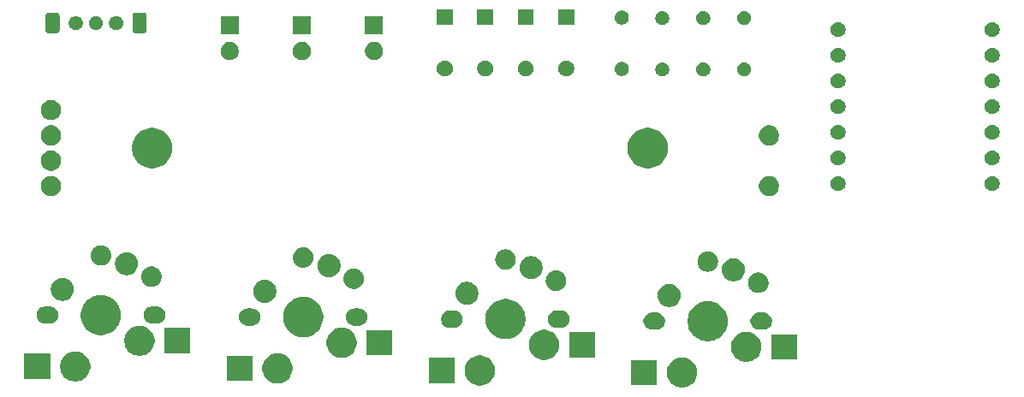
<source format=gbr>
%TF.GenerationSoftware,KiCad,Pcbnew,9.0.4-1.fc42app3*%
%TF.CreationDate,2025-10-16T14:03:15+02:00*%
%TF.ProjectId,ccc_macropad,6363635f-6d61-4637-926f-7061642e6b69,rev?*%
%TF.SameCoordinates,Original*%
%TF.FileFunction,Soldermask,Bot*%
%TF.FilePolarity,Negative*%
%FSLAX46Y46*%
G04 Gerber Fmt 4.6, Leading zero omitted, Abs format (unit mm)*
G04 Created by KiCad (PCBNEW 9.0.4-1.fc42app3) date 2025-10-16 14:03:15*
%MOMM*%
%LPD*%
G01*
G04 APERTURE LIST*
G04 APERTURE END LIST*
G36*
X177310168Y-73621445D02*
G01*
X177534025Y-73694181D01*
X177743748Y-73801040D01*
X177934172Y-73939391D01*
X178100609Y-74105828D01*
X178238960Y-74296252D01*
X178345819Y-74505975D01*
X178418555Y-74729832D01*
X178455376Y-74962311D01*
X178455376Y-75197689D01*
X178418555Y-75430168D01*
X178345819Y-75654025D01*
X178238960Y-75863748D01*
X178100609Y-76054172D01*
X177934172Y-76220609D01*
X177743748Y-76358960D01*
X177534025Y-76465819D01*
X177310168Y-76538555D01*
X177077689Y-76575376D01*
X176842311Y-76575376D01*
X176609832Y-76538555D01*
X176385975Y-76465819D01*
X176176252Y-76358960D01*
X175985828Y-76220609D01*
X175819391Y-76054172D01*
X175681040Y-75863748D01*
X175574181Y-75654025D01*
X175501445Y-75430168D01*
X175464624Y-75197689D01*
X175464624Y-74962311D01*
X175501445Y-74729832D01*
X175574181Y-74505975D01*
X175681040Y-74296252D01*
X175819391Y-74105828D01*
X175985828Y-73939391D01*
X176176252Y-73801040D01*
X176385975Y-73694181D01*
X176609832Y-73621445D01*
X176842311Y-73584624D01*
X177077689Y-73584624D01*
X177310168Y-73621445D01*
G37*
G36*
X157306835Y-73421445D02*
G01*
X157530692Y-73494181D01*
X157740415Y-73601040D01*
X157930839Y-73739391D01*
X158097276Y-73905828D01*
X158235627Y-74096252D01*
X158342486Y-74305975D01*
X158415222Y-74529832D01*
X158452043Y-74762311D01*
X158452043Y-74997689D01*
X158415222Y-75230168D01*
X158342486Y-75454025D01*
X158235627Y-75663748D01*
X158097276Y-75854172D01*
X157930839Y-76020609D01*
X157740415Y-76158960D01*
X157530692Y-76265819D01*
X157306835Y-76338555D01*
X157074356Y-76375376D01*
X156838978Y-76375376D01*
X156606499Y-76338555D01*
X156382642Y-76265819D01*
X156172919Y-76158960D01*
X155982495Y-76020609D01*
X155816058Y-75854172D01*
X155677707Y-75663748D01*
X155570848Y-75454025D01*
X155498112Y-75230168D01*
X155461291Y-74997689D01*
X155461291Y-74762311D01*
X155498112Y-74529832D01*
X155570848Y-74305975D01*
X155677707Y-74096252D01*
X155816058Y-73905828D01*
X155982495Y-73739391D01*
X156172919Y-73601040D01*
X156382642Y-73494181D01*
X156606499Y-73421445D01*
X156838978Y-73384624D01*
X157074356Y-73384624D01*
X157306835Y-73421445D01*
G37*
G36*
X174485000Y-76330000D02*
G01*
X171935000Y-76330000D01*
X171935000Y-73830000D01*
X174485000Y-73830000D01*
X174485000Y-76330000D01*
G37*
G36*
X137303501Y-73221445D02*
G01*
X137527358Y-73294181D01*
X137737081Y-73401040D01*
X137927505Y-73539391D01*
X138093942Y-73705828D01*
X138232293Y-73896252D01*
X138339152Y-74105975D01*
X138411888Y-74329832D01*
X138448709Y-74562311D01*
X138448709Y-74797689D01*
X138411888Y-75030168D01*
X138339152Y-75254025D01*
X138232293Y-75463748D01*
X138093942Y-75654172D01*
X137927505Y-75820609D01*
X137737081Y-75958960D01*
X137527358Y-76065819D01*
X137303501Y-76138555D01*
X137071022Y-76175376D01*
X136835644Y-76175376D01*
X136603165Y-76138555D01*
X136379308Y-76065819D01*
X136169585Y-75958960D01*
X135979161Y-75820609D01*
X135812724Y-75654172D01*
X135674373Y-75463748D01*
X135567514Y-75254025D01*
X135494778Y-75030168D01*
X135457957Y-74797689D01*
X135457957Y-74562311D01*
X135494778Y-74329832D01*
X135567514Y-74105975D01*
X135674373Y-73896252D01*
X135812724Y-73705828D01*
X135979161Y-73539391D01*
X136169585Y-73401040D01*
X136379308Y-73294181D01*
X136603165Y-73221445D01*
X136835644Y-73184624D01*
X137071022Y-73184624D01*
X137303501Y-73221445D01*
G37*
G36*
X154481667Y-76130000D02*
G01*
X151931667Y-76130000D01*
X151931667Y-73630000D01*
X154481667Y-73630000D01*
X154481667Y-76130000D01*
G37*
G36*
X117300168Y-73021445D02*
G01*
X117524025Y-73094181D01*
X117733748Y-73201040D01*
X117924172Y-73339391D01*
X118090609Y-73505828D01*
X118228960Y-73696252D01*
X118335819Y-73905975D01*
X118408555Y-74129832D01*
X118445376Y-74362311D01*
X118445376Y-74597689D01*
X118408555Y-74830168D01*
X118335819Y-75054025D01*
X118228960Y-75263748D01*
X118090609Y-75454172D01*
X117924172Y-75620609D01*
X117733748Y-75758960D01*
X117524025Y-75865819D01*
X117300168Y-75938555D01*
X117067689Y-75975376D01*
X116832311Y-75975376D01*
X116599832Y-75938555D01*
X116375975Y-75865819D01*
X116166252Y-75758960D01*
X115975828Y-75620609D01*
X115809391Y-75454172D01*
X115671040Y-75263748D01*
X115564181Y-75054025D01*
X115491445Y-74830168D01*
X115454624Y-74597689D01*
X115454624Y-74362311D01*
X115491445Y-74129832D01*
X115564181Y-73905975D01*
X115671040Y-73696252D01*
X115809391Y-73505828D01*
X115975828Y-73339391D01*
X116166252Y-73201040D01*
X116375975Y-73094181D01*
X116599832Y-73021445D01*
X116832311Y-72984624D01*
X117067689Y-72984624D01*
X117300168Y-73021445D01*
G37*
G36*
X134478333Y-75930000D02*
G01*
X131928333Y-75930000D01*
X131928333Y-73430000D01*
X134478333Y-73430000D01*
X134478333Y-75930000D01*
G37*
G36*
X114475000Y-75730000D02*
G01*
X111925000Y-75730000D01*
X111925000Y-73230000D01*
X114475000Y-73230000D01*
X114475000Y-75730000D01*
G37*
G36*
X183660168Y-71081445D02*
G01*
X183884025Y-71154181D01*
X184093748Y-71261040D01*
X184284172Y-71399391D01*
X184450609Y-71565828D01*
X184588960Y-71756252D01*
X184695819Y-71965975D01*
X184768555Y-72189832D01*
X184805376Y-72422311D01*
X184805376Y-72657689D01*
X184768555Y-72890168D01*
X184695819Y-73114025D01*
X184588960Y-73323748D01*
X184450609Y-73514172D01*
X184284172Y-73680609D01*
X184093748Y-73818960D01*
X183884025Y-73925819D01*
X183660168Y-73998555D01*
X183427689Y-74035376D01*
X183192311Y-74035376D01*
X182959832Y-73998555D01*
X182735975Y-73925819D01*
X182526252Y-73818960D01*
X182335828Y-73680609D01*
X182169391Y-73514172D01*
X182031040Y-73323748D01*
X181924181Y-73114025D01*
X181851445Y-72890168D01*
X181814624Y-72657689D01*
X181814624Y-72422311D01*
X181851445Y-72189832D01*
X181924181Y-71965975D01*
X182031040Y-71756252D01*
X182169391Y-71565828D01*
X182335828Y-71399391D01*
X182526252Y-71261040D01*
X182735975Y-71154181D01*
X182959832Y-71081445D01*
X183192311Y-71044624D01*
X183427689Y-71044624D01*
X183660168Y-71081445D01*
G37*
G36*
X163656835Y-70881445D02*
G01*
X163880692Y-70954181D01*
X164090415Y-71061040D01*
X164280839Y-71199391D01*
X164447276Y-71365828D01*
X164585627Y-71556252D01*
X164692486Y-71765975D01*
X164765222Y-71989832D01*
X164802043Y-72222311D01*
X164802043Y-72457689D01*
X164765222Y-72690168D01*
X164692486Y-72914025D01*
X164585627Y-73123748D01*
X164447276Y-73314172D01*
X164280839Y-73480609D01*
X164090415Y-73618960D01*
X163880692Y-73725819D01*
X163656835Y-73798555D01*
X163424356Y-73835376D01*
X163188978Y-73835376D01*
X162956499Y-73798555D01*
X162732642Y-73725819D01*
X162522919Y-73618960D01*
X162332495Y-73480609D01*
X162166058Y-73314172D01*
X162027707Y-73123748D01*
X161920848Y-72914025D01*
X161848112Y-72690168D01*
X161811291Y-72457689D01*
X161811291Y-72222311D01*
X161848112Y-71989832D01*
X161920848Y-71765975D01*
X162027707Y-71556252D01*
X162166058Y-71365828D01*
X162332495Y-71199391D01*
X162522919Y-71061040D01*
X162732642Y-70954181D01*
X162956499Y-70881445D01*
X163188978Y-70844624D01*
X163424356Y-70844624D01*
X163656835Y-70881445D01*
G37*
G36*
X188335000Y-73790000D02*
G01*
X185785000Y-73790000D01*
X185785000Y-71290000D01*
X188335000Y-71290000D01*
X188335000Y-73790000D01*
G37*
G36*
X143653501Y-70681445D02*
G01*
X143877358Y-70754181D01*
X144087081Y-70861040D01*
X144277505Y-70999391D01*
X144443942Y-71165828D01*
X144582293Y-71356252D01*
X144689152Y-71565975D01*
X144761888Y-71789832D01*
X144798709Y-72022311D01*
X144798709Y-72257689D01*
X144761888Y-72490168D01*
X144689152Y-72714025D01*
X144582293Y-72923748D01*
X144443942Y-73114172D01*
X144277505Y-73280609D01*
X144087081Y-73418960D01*
X143877358Y-73525819D01*
X143653501Y-73598555D01*
X143421022Y-73635376D01*
X143185644Y-73635376D01*
X142953165Y-73598555D01*
X142729308Y-73525819D01*
X142519585Y-73418960D01*
X142329161Y-73280609D01*
X142162724Y-73114172D01*
X142024373Y-72923748D01*
X141917514Y-72714025D01*
X141844778Y-72490168D01*
X141807957Y-72257689D01*
X141807957Y-72022311D01*
X141844778Y-71789832D01*
X141917514Y-71565975D01*
X142024373Y-71356252D01*
X142162724Y-71165828D01*
X142329161Y-70999391D01*
X142519585Y-70861040D01*
X142729308Y-70754181D01*
X142953165Y-70681445D01*
X143185644Y-70644624D01*
X143421022Y-70644624D01*
X143653501Y-70681445D01*
G37*
G36*
X168331667Y-73590000D02*
G01*
X165781667Y-73590000D01*
X165781667Y-71090000D01*
X168331667Y-71090000D01*
X168331667Y-73590000D01*
G37*
G36*
X123650168Y-70481445D02*
G01*
X123874025Y-70554181D01*
X124083748Y-70661040D01*
X124274172Y-70799391D01*
X124440609Y-70965828D01*
X124578960Y-71156252D01*
X124685819Y-71365975D01*
X124758555Y-71589832D01*
X124795376Y-71822311D01*
X124795376Y-72057689D01*
X124758555Y-72290168D01*
X124685819Y-72514025D01*
X124578960Y-72723748D01*
X124440609Y-72914172D01*
X124274172Y-73080609D01*
X124083748Y-73218960D01*
X123874025Y-73325819D01*
X123650168Y-73398555D01*
X123417689Y-73435376D01*
X123182311Y-73435376D01*
X122949832Y-73398555D01*
X122725975Y-73325819D01*
X122516252Y-73218960D01*
X122325828Y-73080609D01*
X122159391Y-72914172D01*
X122021040Y-72723748D01*
X121914181Y-72514025D01*
X121841445Y-72290168D01*
X121804624Y-72057689D01*
X121804624Y-71822311D01*
X121841445Y-71589832D01*
X121914181Y-71365975D01*
X122021040Y-71156252D01*
X122159391Y-70965828D01*
X122325828Y-70799391D01*
X122516252Y-70661040D01*
X122725975Y-70554181D01*
X122949832Y-70481445D01*
X123182311Y-70444624D01*
X123417689Y-70444624D01*
X123650168Y-70481445D01*
G37*
G36*
X148328333Y-73390000D02*
G01*
X145778333Y-73390000D01*
X145778333Y-70890000D01*
X148328333Y-70890000D01*
X148328333Y-73390000D01*
G37*
G36*
X128325000Y-73190000D02*
G01*
X125775000Y-73190000D01*
X125775000Y-70690000D01*
X128325000Y-70690000D01*
X128325000Y-73190000D01*
G37*
G36*
X179888991Y-68044412D02*
G01*
X180140918Y-68111916D01*
X180381879Y-68211725D01*
X180607751Y-68342133D01*
X180814670Y-68500907D01*
X180999093Y-68685330D01*
X181157867Y-68892249D01*
X181288275Y-69118121D01*
X181388084Y-69359082D01*
X181455588Y-69611009D01*
X181489631Y-69869593D01*
X181489631Y-70130407D01*
X181455588Y-70388991D01*
X181388084Y-70640918D01*
X181288275Y-70881879D01*
X181157867Y-71107751D01*
X180999093Y-71314670D01*
X180814670Y-71499093D01*
X180607751Y-71657867D01*
X180381879Y-71788275D01*
X180140918Y-71888084D01*
X179888991Y-71955588D01*
X179630407Y-71989631D01*
X179369593Y-71989631D01*
X179111009Y-71955588D01*
X178859082Y-71888084D01*
X178618121Y-71788275D01*
X178392249Y-71657867D01*
X178185330Y-71499093D01*
X178000907Y-71314670D01*
X177842133Y-71107751D01*
X177711725Y-70881879D01*
X177611916Y-70640918D01*
X177544412Y-70388991D01*
X177510369Y-70130407D01*
X177510369Y-69869593D01*
X177544412Y-69611009D01*
X177611916Y-69359082D01*
X177711725Y-69118121D01*
X177842133Y-68892249D01*
X178000907Y-68685330D01*
X178185330Y-68500907D01*
X178392249Y-68342133D01*
X178618121Y-68211725D01*
X178859082Y-68111916D01*
X179111009Y-68044412D01*
X179369593Y-68010369D01*
X179630407Y-68010369D01*
X179888991Y-68044412D01*
G37*
G36*
X159885658Y-67844412D02*
G01*
X160137585Y-67911916D01*
X160378546Y-68011725D01*
X160604418Y-68142133D01*
X160811337Y-68300907D01*
X160995760Y-68485330D01*
X161154534Y-68692249D01*
X161284942Y-68918121D01*
X161384751Y-69159082D01*
X161452255Y-69411009D01*
X161486298Y-69669593D01*
X161486298Y-69930407D01*
X161452255Y-70188991D01*
X161384751Y-70440918D01*
X161284942Y-70681879D01*
X161154534Y-70907751D01*
X160995760Y-71114670D01*
X160811337Y-71299093D01*
X160604418Y-71457867D01*
X160378546Y-71588275D01*
X160137585Y-71688084D01*
X159885658Y-71755588D01*
X159627074Y-71789631D01*
X159366260Y-71789631D01*
X159107676Y-71755588D01*
X158855749Y-71688084D01*
X158614788Y-71588275D01*
X158388916Y-71457867D01*
X158181997Y-71299093D01*
X157997574Y-71114670D01*
X157838800Y-70907751D01*
X157708392Y-70681879D01*
X157608583Y-70440918D01*
X157541079Y-70188991D01*
X157507036Y-69930407D01*
X157507036Y-69669593D01*
X157541079Y-69411009D01*
X157608583Y-69159082D01*
X157708392Y-68918121D01*
X157838800Y-68692249D01*
X157997574Y-68485330D01*
X158181997Y-68300907D01*
X158388916Y-68142133D01*
X158614788Y-68011725D01*
X158855749Y-67911916D01*
X159107676Y-67844412D01*
X159366260Y-67810369D01*
X159627074Y-67810369D01*
X159885658Y-67844412D01*
G37*
G36*
X139882324Y-67644412D02*
G01*
X140134251Y-67711916D01*
X140375212Y-67811725D01*
X140601084Y-67942133D01*
X140808003Y-68100907D01*
X140992426Y-68285330D01*
X141151200Y-68492249D01*
X141281608Y-68718121D01*
X141381417Y-68959082D01*
X141448921Y-69211009D01*
X141482964Y-69469593D01*
X141482964Y-69730407D01*
X141448921Y-69988991D01*
X141381417Y-70240918D01*
X141281608Y-70481879D01*
X141151200Y-70707751D01*
X140992426Y-70914670D01*
X140808003Y-71099093D01*
X140601084Y-71257867D01*
X140375212Y-71388275D01*
X140134251Y-71488084D01*
X139882324Y-71555588D01*
X139623740Y-71589631D01*
X139362926Y-71589631D01*
X139104342Y-71555588D01*
X138852415Y-71488084D01*
X138611454Y-71388275D01*
X138385582Y-71257867D01*
X138178663Y-71099093D01*
X137994240Y-70914670D01*
X137835466Y-70707751D01*
X137705058Y-70481879D01*
X137605249Y-70240918D01*
X137537745Y-69988991D01*
X137503702Y-69730407D01*
X137503702Y-69469593D01*
X137537745Y-69211009D01*
X137605249Y-68959082D01*
X137705058Y-68718121D01*
X137835466Y-68492249D01*
X137994240Y-68285330D01*
X138178663Y-68100907D01*
X138385582Y-67942133D01*
X138611454Y-67811725D01*
X138852415Y-67711916D01*
X139104342Y-67644412D01*
X139362926Y-67610369D01*
X139623740Y-67610369D01*
X139882324Y-67644412D01*
G37*
G36*
X119878991Y-67444412D02*
G01*
X120130918Y-67511916D01*
X120371879Y-67611725D01*
X120597751Y-67742133D01*
X120804670Y-67900907D01*
X120989093Y-68085330D01*
X121147867Y-68292249D01*
X121278275Y-68518121D01*
X121378084Y-68759082D01*
X121445588Y-69011009D01*
X121479631Y-69269593D01*
X121479631Y-69530407D01*
X121445588Y-69788991D01*
X121378084Y-70040918D01*
X121278275Y-70281879D01*
X121147867Y-70507751D01*
X120989093Y-70714670D01*
X120804670Y-70899093D01*
X120597751Y-71057867D01*
X120371879Y-71188275D01*
X120130918Y-71288084D01*
X119878991Y-71355588D01*
X119620407Y-71389631D01*
X119359593Y-71389631D01*
X119101009Y-71355588D01*
X118849082Y-71288084D01*
X118608121Y-71188275D01*
X118382249Y-71057867D01*
X118175330Y-70899093D01*
X117990907Y-70714670D01*
X117832133Y-70507751D01*
X117701725Y-70281879D01*
X117601916Y-70040918D01*
X117534412Y-69788991D01*
X117500369Y-69530407D01*
X117500369Y-69269593D01*
X117534412Y-69011009D01*
X117601916Y-68759082D01*
X117701725Y-68518121D01*
X117832133Y-68292249D01*
X117990907Y-68085330D01*
X118175330Y-67900907D01*
X118382249Y-67742133D01*
X118608121Y-67611725D01*
X118849082Y-67511916D01*
X119101009Y-67444412D01*
X119359593Y-67410369D01*
X119620407Y-67410369D01*
X119878991Y-67444412D01*
G37*
G36*
X174511603Y-69153197D02*
G01*
X174675203Y-69185739D01*
X174829311Y-69249573D01*
X174968005Y-69342245D01*
X175085955Y-69460195D01*
X175178627Y-69598889D01*
X175242461Y-69752997D01*
X175275003Y-69916597D01*
X175275003Y-70083403D01*
X175242461Y-70247003D01*
X175178627Y-70401111D01*
X175085955Y-70539805D01*
X174968005Y-70657755D01*
X174829311Y-70750427D01*
X174675203Y-70814261D01*
X174511603Y-70846803D01*
X174428200Y-70850900D01*
X174426722Y-70850900D01*
X173981478Y-70850900D01*
X173980000Y-70850900D01*
X173896597Y-70846803D01*
X173732997Y-70814261D01*
X173578889Y-70750427D01*
X173440195Y-70657755D01*
X173322245Y-70539805D01*
X173229573Y-70401111D01*
X173165739Y-70247003D01*
X173133197Y-70083403D01*
X173133197Y-69916597D01*
X173165739Y-69752997D01*
X173229573Y-69598889D01*
X173322245Y-69460195D01*
X173440195Y-69342245D01*
X173578889Y-69249573D01*
X173732997Y-69185739D01*
X173896597Y-69153197D01*
X173980000Y-69149100D01*
X174428200Y-69149100D01*
X174511603Y-69153197D01*
G37*
G36*
X185090703Y-69153197D02*
G01*
X185254303Y-69185739D01*
X185408411Y-69249573D01*
X185547105Y-69342245D01*
X185665055Y-69460195D01*
X185757727Y-69598889D01*
X185821561Y-69752997D01*
X185854103Y-69916597D01*
X185854103Y-70083403D01*
X185821561Y-70247003D01*
X185757727Y-70401111D01*
X185665055Y-70539805D01*
X185547105Y-70657755D01*
X185408411Y-70750427D01*
X185254303Y-70814261D01*
X185090703Y-70846803D01*
X185007300Y-70850900D01*
X185005822Y-70850900D01*
X184560578Y-70850900D01*
X184559100Y-70850900D01*
X184475697Y-70846803D01*
X184312097Y-70814261D01*
X184157989Y-70750427D01*
X184019295Y-70657755D01*
X183901345Y-70539805D01*
X183808673Y-70401111D01*
X183744839Y-70247003D01*
X183712297Y-70083403D01*
X183712297Y-69916597D01*
X183744839Y-69752997D01*
X183808673Y-69598889D01*
X183901345Y-69460195D01*
X184019295Y-69342245D01*
X184157989Y-69249573D01*
X184312097Y-69185739D01*
X184475697Y-69153197D01*
X184559100Y-69149100D01*
X185007300Y-69149100D01*
X185090703Y-69153197D01*
G37*
G36*
X154508270Y-68953197D02*
G01*
X154671870Y-68985739D01*
X154825978Y-69049573D01*
X154964672Y-69142245D01*
X155082622Y-69260195D01*
X155175294Y-69398889D01*
X155239128Y-69552997D01*
X155271670Y-69716597D01*
X155271670Y-69883403D01*
X155239128Y-70047003D01*
X155175294Y-70201111D01*
X155082622Y-70339805D01*
X154964672Y-70457755D01*
X154825978Y-70550427D01*
X154671870Y-70614261D01*
X154508270Y-70646803D01*
X154424867Y-70650900D01*
X154423389Y-70650900D01*
X153978145Y-70650900D01*
X153976667Y-70650900D01*
X153893264Y-70646803D01*
X153729664Y-70614261D01*
X153575556Y-70550427D01*
X153436862Y-70457755D01*
X153318912Y-70339805D01*
X153226240Y-70201111D01*
X153162406Y-70047003D01*
X153129864Y-69883403D01*
X153129864Y-69716597D01*
X153162406Y-69552997D01*
X153226240Y-69398889D01*
X153318912Y-69260195D01*
X153436862Y-69142245D01*
X153575556Y-69049573D01*
X153729664Y-68985739D01*
X153893264Y-68953197D01*
X153976667Y-68949100D01*
X154424867Y-68949100D01*
X154508270Y-68953197D01*
G37*
G36*
X165087370Y-68953197D02*
G01*
X165250970Y-68985739D01*
X165405078Y-69049573D01*
X165543772Y-69142245D01*
X165661722Y-69260195D01*
X165754394Y-69398889D01*
X165818228Y-69552997D01*
X165850770Y-69716597D01*
X165850770Y-69883403D01*
X165818228Y-70047003D01*
X165754394Y-70201111D01*
X165661722Y-70339805D01*
X165543772Y-70457755D01*
X165405078Y-70550427D01*
X165250970Y-70614261D01*
X165087370Y-70646803D01*
X165003967Y-70650900D01*
X165002489Y-70650900D01*
X164557245Y-70650900D01*
X164555767Y-70650900D01*
X164472364Y-70646803D01*
X164308764Y-70614261D01*
X164154656Y-70550427D01*
X164015962Y-70457755D01*
X163898012Y-70339805D01*
X163805340Y-70201111D01*
X163741506Y-70047003D01*
X163708964Y-69883403D01*
X163708964Y-69716597D01*
X163741506Y-69552997D01*
X163805340Y-69398889D01*
X163898012Y-69260195D01*
X164015962Y-69142245D01*
X164154656Y-69049573D01*
X164308764Y-68985739D01*
X164472364Y-68953197D01*
X164555767Y-68949100D01*
X165003967Y-68949100D01*
X165087370Y-68953197D01*
G37*
G36*
X134504936Y-68753197D02*
G01*
X134668536Y-68785739D01*
X134822644Y-68849573D01*
X134961338Y-68942245D01*
X135079288Y-69060195D01*
X135171960Y-69198889D01*
X135235794Y-69352997D01*
X135268336Y-69516597D01*
X135268336Y-69683403D01*
X135235794Y-69847003D01*
X135171960Y-70001111D01*
X135079288Y-70139805D01*
X134961338Y-70257755D01*
X134822644Y-70350427D01*
X134668536Y-70414261D01*
X134504936Y-70446803D01*
X134421533Y-70450900D01*
X134420055Y-70450900D01*
X133974811Y-70450900D01*
X133973333Y-70450900D01*
X133889930Y-70446803D01*
X133726330Y-70414261D01*
X133572222Y-70350427D01*
X133433528Y-70257755D01*
X133315578Y-70139805D01*
X133222906Y-70001111D01*
X133159072Y-69847003D01*
X133126530Y-69683403D01*
X133126530Y-69516597D01*
X133159072Y-69352997D01*
X133222906Y-69198889D01*
X133315578Y-69060195D01*
X133433528Y-68942245D01*
X133572222Y-68849573D01*
X133726330Y-68785739D01*
X133889930Y-68753197D01*
X133973333Y-68749100D01*
X134421533Y-68749100D01*
X134504936Y-68753197D01*
G37*
G36*
X145084036Y-68753197D02*
G01*
X145247636Y-68785739D01*
X145401744Y-68849573D01*
X145540438Y-68942245D01*
X145658388Y-69060195D01*
X145751060Y-69198889D01*
X145814894Y-69352997D01*
X145847436Y-69516597D01*
X145847436Y-69683403D01*
X145814894Y-69847003D01*
X145751060Y-70001111D01*
X145658388Y-70139805D01*
X145540438Y-70257755D01*
X145401744Y-70350427D01*
X145247636Y-70414261D01*
X145084036Y-70446803D01*
X145000633Y-70450900D01*
X144999155Y-70450900D01*
X144553911Y-70450900D01*
X144552433Y-70450900D01*
X144469030Y-70446803D01*
X144305430Y-70414261D01*
X144151322Y-70350427D01*
X144012628Y-70257755D01*
X143894678Y-70139805D01*
X143802006Y-70001111D01*
X143738172Y-69847003D01*
X143705630Y-69683403D01*
X143705630Y-69516597D01*
X143738172Y-69352997D01*
X143802006Y-69198889D01*
X143894678Y-69060195D01*
X144012628Y-68942245D01*
X144151322Y-68849573D01*
X144305430Y-68785739D01*
X144469030Y-68753197D01*
X144552433Y-68749100D01*
X145000633Y-68749100D01*
X145084036Y-68753197D01*
G37*
G36*
X114501603Y-68553197D02*
G01*
X114665203Y-68585739D01*
X114819311Y-68649573D01*
X114958005Y-68742245D01*
X115075955Y-68860195D01*
X115168627Y-68998889D01*
X115232461Y-69152997D01*
X115265003Y-69316597D01*
X115265003Y-69483403D01*
X115232461Y-69647003D01*
X115168627Y-69801111D01*
X115075955Y-69939805D01*
X114958005Y-70057755D01*
X114819311Y-70150427D01*
X114665203Y-70214261D01*
X114501603Y-70246803D01*
X114418200Y-70250900D01*
X114416722Y-70250900D01*
X113971478Y-70250900D01*
X113970000Y-70250900D01*
X113886597Y-70246803D01*
X113722997Y-70214261D01*
X113568889Y-70150427D01*
X113430195Y-70057755D01*
X113312245Y-69939805D01*
X113219573Y-69801111D01*
X113155739Y-69647003D01*
X113123197Y-69483403D01*
X113123197Y-69316597D01*
X113155739Y-69152997D01*
X113219573Y-68998889D01*
X113312245Y-68860195D01*
X113430195Y-68742245D01*
X113568889Y-68649573D01*
X113722997Y-68585739D01*
X113886597Y-68553197D01*
X113970000Y-68549100D01*
X114418200Y-68549100D01*
X114501603Y-68553197D01*
G37*
G36*
X125080703Y-68553197D02*
G01*
X125244303Y-68585739D01*
X125398411Y-68649573D01*
X125537105Y-68742245D01*
X125655055Y-68860195D01*
X125747727Y-68998889D01*
X125811561Y-69152997D01*
X125844103Y-69316597D01*
X125844103Y-69483403D01*
X125811561Y-69647003D01*
X125747727Y-69801111D01*
X125655055Y-69939805D01*
X125537105Y-70057755D01*
X125398411Y-70150427D01*
X125244303Y-70214261D01*
X125080703Y-70246803D01*
X124997300Y-70250900D01*
X124995822Y-70250900D01*
X124550578Y-70250900D01*
X124549100Y-70250900D01*
X124465697Y-70246803D01*
X124302097Y-70214261D01*
X124147989Y-70150427D01*
X124009295Y-70057755D01*
X123891345Y-69939805D01*
X123798673Y-69801111D01*
X123734839Y-69647003D01*
X123702297Y-69483403D01*
X123702297Y-69316597D01*
X123734839Y-69152997D01*
X123798673Y-68998889D01*
X123891345Y-68860195D01*
X124009295Y-68742245D01*
X124147989Y-68649573D01*
X124302097Y-68585739D01*
X124465697Y-68553197D01*
X124549100Y-68549100D01*
X124997300Y-68549100D01*
X125080703Y-68553197D01*
G37*
G36*
X175956828Y-66348581D02*
G01*
X176127407Y-66404006D01*
X176287216Y-66485432D01*
X176432319Y-66590856D01*
X176559144Y-66717681D01*
X176664568Y-66862784D01*
X176745994Y-67022593D01*
X176801419Y-67193172D01*
X176829477Y-67370321D01*
X176829477Y-67549679D01*
X176801419Y-67726828D01*
X176745994Y-67897407D01*
X176664568Y-68057216D01*
X176559144Y-68202319D01*
X176432319Y-68329144D01*
X176287216Y-68434568D01*
X176127407Y-68515994D01*
X175956828Y-68571419D01*
X175779679Y-68599477D01*
X175600321Y-68599477D01*
X175423172Y-68571419D01*
X175252593Y-68515994D01*
X175092784Y-68434568D01*
X174947681Y-68329144D01*
X174820856Y-68202319D01*
X174715432Y-68057216D01*
X174634006Y-67897407D01*
X174578581Y-67726828D01*
X174550523Y-67549679D01*
X174550523Y-67370321D01*
X174578581Y-67193172D01*
X174634006Y-67022593D01*
X174715432Y-66862784D01*
X174820856Y-66717681D01*
X174947681Y-66590856D01*
X175092784Y-66485432D01*
X175252593Y-66404006D01*
X175423172Y-66348581D01*
X175600321Y-66320523D01*
X175779679Y-66320523D01*
X175956828Y-66348581D01*
G37*
G36*
X155953495Y-66148581D02*
G01*
X156124074Y-66204006D01*
X156283883Y-66285432D01*
X156428986Y-66390856D01*
X156555811Y-66517681D01*
X156661235Y-66662784D01*
X156742661Y-66822593D01*
X156798086Y-66993172D01*
X156826144Y-67170321D01*
X156826144Y-67349679D01*
X156798086Y-67526828D01*
X156742661Y-67697407D01*
X156661235Y-67857216D01*
X156555811Y-68002319D01*
X156428986Y-68129144D01*
X156283883Y-68234568D01*
X156124074Y-68315994D01*
X155953495Y-68371419D01*
X155776346Y-68399477D01*
X155596988Y-68399477D01*
X155419839Y-68371419D01*
X155249260Y-68315994D01*
X155089451Y-68234568D01*
X154944348Y-68129144D01*
X154817523Y-68002319D01*
X154712099Y-67857216D01*
X154630673Y-67697407D01*
X154575248Y-67526828D01*
X154547190Y-67349679D01*
X154547190Y-67170321D01*
X154575248Y-66993172D01*
X154630673Y-66822593D01*
X154712099Y-66662784D01*
X154817523Y-66517681D01*
X154944348Y-66390856D01*
X155089451Y-66285432D01*
X155249260Y-66204006D01*
X155419839Y-66148581D01*
X155596988Y-66120523D01*
X155776346Y-66120523D01*
X155953495Y-66148581D01*
G37*
G36*
X135950161Y-65948581D02*
G01*
X136120740Y-66004006D01*
X136280549Y-66085432D01*
X136425652Y-66190856D01*
X136552477Y-66317681D01*
X136657901Y-66462784D01*
X136739327Y-66622593D01*
X136794752Y-66793172D01*
X136822810Y-66970321D01*
X136822810Y-67149679D01*
X136794752Y-67326828D01*
X136739327Y-67497407D01*
X136657901Y-67657216D01*
X136552477Y-67802319D01*
X136425652Y-67929144D01*
X136280549Y-68034568D01*
X136120740Y-68115994D01*
X135950161Y-68171419D01*
X135773012Y-68199477D01*
X135593654Y-68199477D01*
X135416505Y-68171419D01*
X135245926Y-68115994D01*
X135086117Y-68034568D01*
X134941014Y-67929144D01*
X134814189Y-67802319D01*
X134708765Y-67657216D01*
X134627339Y-67497407D01*
X134571914Y-67326828D01*
X134543856Y-67149679D01*
X134543856Y-66970321D01*
X134571914Y-66793172D01*
X134627339Y-66622593D01*
X134708765Y-66462784D01*
X134814189Y-66317681D01*
X134941014Y-66190856D01*
X135086117Y-66085432D01*
X135245926Y-66004006D01*
X135416505Y-65948581D01*
X135593654Y-65920523D01*
X135773012Y-65920523D01*
X135950161Y-65948581D01*
G37*
G36*
X115946828Y-65748581D02*
G01*
X116117407Y-65804006D01*
X116277216Y-65885432D01*
X116422319Y-65990856D01*
X116549144Y-66117681D01*
X116654568Y-66262784D01*
X116735994Y-66422593D01*
X116791419Y-66593172D01*
X116819477Y-66770321D01*
X116819477Y-66949679D01*
X116791419Y-67126828D01*
X116735994Y-67297407D01*
X116654568Y-67457216D01*
X116549144Y-67602319D01*
X116422319Y-67729144D01*
X116277216Y-67834568D01*
X116117407Y-67915994D01*
X115946828Y-67971419D01*
X115769679Y-67999477D01*
X115590321Y-67999477D01*
X115413172Y-67971419D01*
X115242593Y-67915994D01*
X115082784Y-67834568D01*
X114937681Y-67729144D01*
X114810856Y-67602319D01*
X114705432Y-67457216D01*
X114624006Y-67297407D01*
X114568581Y-67126828D01*
X114540523Y-66949679D01*
X114540523Y-66770321D01*
X114568581Y-66593172D01*
X114624006Y-66422593D01*
X114705432Y-66262784D01*
X114810856Y-66117681D01*
X114937681Y-65990856D01*
X115082784Y-65885432D01*
X115242593Y-65804006D01*
X115413172Y-65748581D01*
X115590321Y-65720523D01*
X115769679Y-65720523D01*
X115946828Y-65748581D01*
G37*
G36*
X184589646Y-65188892D02*
G01*
X184599585Y-65188892D01*
X184638420Y-65196617D01*
X184737137Y-65212252D01*
X184768891Y-65222569D01*
X184794929Y-65227749D01*
X184831674Y-65242969D01*
X184888730Y-65261508D01*
X184942180Y-65288742D01*
X184978939Y-65303968D01*
X185001022Y-65318723D01*
X185030763Y-65333877D01*
X185111600Y-65392609D01*
X185144544Y-65414621D01*
X185151575Y-65421652D01*
X185159716Y-65427567D01*
X185272432Y-65540283D01*
X185278346Y-65548423D01*
X185285379Y-65555456D01*
X185307393Y-65588403D01*
X185366122Y-65669236D01*
X185381274Y-65698974D01*
X185396032Y-65721061D01*
X185411259Y-65757824D01*
X185438491Y-65811269D01*
X185457027Y-65868318D01*
X185472251Y-65905071D01*
X185477431Y-65931114D01*
X185487747Y-65962862D01*
X185503381Y-66061571D01*
X185511108Y-66100415D01*
X185511108Y-66110354D01*
X185512683Y-66120298D01*
X185512683Y-66279701D01*
X185511108Y-66289644D01*
X185511108Y-66299585D01*
X185503380Y-66338432D01*
X185487747Y-66437137D01*
X185477431Y-66468883D01*
X185472251Y-66494929D01*
X185457026Y-66531685D01*
X185438491Y-66588730D01*
X185411262Y-66642169D01*
X185396032Y-66678939D01*
X185381272Y-66701028D01*
X185366122Y-66730763D01*
X185307402Y-66811583D01*
X185285379Y-66844544D01*
X185278343Y-66851579D01*
X185272432Y-66859716D01*
X185159716Y-66972432D01*
X185151579Y-66978343D01*
X185144544Y-66985379D01*
X185111583Y-67007402D01*
X185030763Y-67066122D01*
X185001028Y-67081272D01*
X184978939Y-67096032D01*
X184942169Y-67111262D01*
X184888730Y-67138491D01*
X184831685Y-67157026D01*
X184794929Y-67172251D01*
X184768883Y-67177431D01*
X184737137Y-67187747D01*
X184638429Y-67203381D01*
X184599585Y-67211108D01*
X184589646Y-67211108D01*
X184579702Y-67212683D01*
X184420298Y-67212683D01*
X184410354Y-67211108D01*
X184400415Y-67211108D01*
X184361571Y-67203381D01*
X184262862Y-67187747D01*
X184231114Y-67177431D01*
X184205071Y-67172251D01*
X184168318Y-67157027D01*
X184111269Y-67138491D01*
X184057824Y-67111259D01*
X184021061Y-67096032D01*
X183998974Y-67081274D01*
X183969236Y-67066122D01*
X183888403Y-67007393D01*
X183855456Y-66985379D01*
X183848423Y-66978346D01*
X183840283Y-66972432D01*
X183727567Y-66859716D01*
X183721652Y-66851575D01*
X183714621Y-66844544D01*
X183692609Y-66811600D01*
X183633877Y-66730763D01*
X183618723Y-66701022D01*
X183603968Y-66678939D01*
X183588742Y-66642180D01*
X183561508Y-66588730D01*
X183542969Y-66531674D01*
X183527749Y-66494929D01*
X183522569Y-66468891D01*
X183512252Y-66437137D01*
X183496617Y-66338423D01*
X183488892Y-66299585D01*
X183488892Y-66289645D01*
X183487317Y-66279701D01*
X183487317Y-66120298D01*
X183488892Y-66110353D01*
X183488892Y-66100415D01*
X183496616Y-66061580D01*
X183512252Y-65962862D01*
X183522570Y-65931106D01*
X183527749Y-65905071D01*
X183542967Y-65868329D01*
X183561508Y-65811269D01*
X183588744Y-65757814D01*
X183603968Y-65721061D01*
X183618721Y-65698981D01*
X183633877Y-65669236D01*
X183692617Y-65588386D01*
X183714621Y-65555456D01*
X183721650Y-65548426D01*
X183727567Y-65540283D01*
X183840283Y-65427567D01*
X183848426Y-65421650D01*
X183855456Y-65414621D01*
X183888386Y-65392617D01*
X183969236Y-65333877D01*
X183998981Y-65318721D01*
X184021061Y-65303968D01*
X184057814Y-65288744D01*
X184111269Y-65261508D01*
X184168329Y-65242967D01*
X184205071Y-65227749D01*
X184231106Y-65222570D01*
X184262862Y-65212252D01*
X184361580Y-65196616D01*
X184400415Y-65188892D01*
X184410354Y-65188892D01*
X184420298Y-65187317D01*
X184579702Y-65187317D01*
X184589646Y-65188892D01*
G37*
G36*
X164586313Y-64988892D02*
G01*
X164596252Y-64988892D01*
X164635087Y-64996617D01*
X164733804Y-65012252D01*
X164765558Y-65022569D01*
X164791596Y-65027749D01*
X164828341Y-65042969D01*
X164885397Y-65061508D01*
X164938847Y-65088742D01*
X164975606Y-65103968D01*
X164997689Y-65118723D01*
X165027430Y-65133877D01*
X165108267Y-65192609D01*
X165141211Y-65214621D01*
X165148242Y-65221652D01*
X165156383Y-65227567D01*
X165269099Y-65340283D01*
X165275013Y-65348423D01*
X165282046Y-65355456D01*
X165304060Y-65388403D01*
X165362789Y-65469236D01*
X165377941Y-65498974D01*
X165392699Y-65521061D01*
X165407926Y-65557824D01*
X165435158Y-65611269D01*
X165453694Y-65668318D01*
X165468918Y-65705071D01*
X165474098Y-65731114D01*
X165484414Y-65762862D01*
X165500048Y-65861571D01*
X165507775Y-65900415D01*
X165507775Y-65910354D01*
X165509350Y-65920298D01*
X165509350Y-66079701D01*
X165507775Y-66089644D01*
X165507775Y-66099585D01*
X165500047Y-66138432D01*
X165484414Y-66237137D01*
X165474098Y-66268883D01*
X165468918Y-66294929D01*
X165453693Y-66331685D01*
X165435158Y-66388730D01*
X165407929Y-66442169D01*
X165392699Y-66478939D01*
X165377939Y-66501028D01*
X165362789Y-66530763D01*
X165304069Y-66611583D01*
X165282046Y-66644544D01*
X165275010Y-66651579D01*
X165269099Y-66659716D01*
X165156383Y-66772432D01*
X165148246Y-66778343D01*
X165141211Y-66785379D01*
X165108250Y-66807402D01*
X165027430Y-66866122D01*
X164997695Y-66881272D01*
X164975606Y-66896032D01*
X164938836Y-66911262D01*
X164885397Y-66938491D01*
X164828352Y-66957026D01*
X164791596Y-66972251D01*
X164765550Y-66977431D01*
X164733804Y-66987747D01*
X164635096Y-67003381D01*
X164596252Y-67011108D01*
X164586313Y-67011108D01*
X164576369Y-67012683D01*
X164416965Y-67012683D01*
X164407021Y-67011108D01*
X164397082Y-67011108D01*
X164358238Y-67003381D01*
X164259529Y-66987747D01*
X164227781Y-66977431D01*
X164201738Y-66972251D01*
X164164985Y-66957027D01*
X164107936Y-66938491D01*
X164054491Y-66911259D01*
X164017728Y-66896032D01*
X163995641Y-66881274D01*
X163965903Y-66866122D01*
X163885070Y-66807393D01*
X163852123Y-66785379D01*
X163845090Y-66778346D01*
X163836950Y-66772432D01*
X163724234Y-66659716D01*
X163718319Y-66651575D01*
X163711288Y-66644544D01*
X163689276Y-66611600D01*
X163630544Y-66530763D01*
X163615390Y-66501022D01*
X163600635Y-66478939D01*
X163585409Y-66442180D01*
X163558175Y-66388730D01*
X163539636Y-66331674D01*
X163524416Y-66294929D01*
X163519236Y-66268891D01*
X163508919Y-66237137D01*
X163493284Y-66138423D01*
X163485559Y-66099585D01*
X163485559Y-66089645D01*
X163483984Y-66079701D01*
X163483984Y-65920298D01*
X163485559Y-65910353D01*
X163485559Y-65900415D01*
X163493283Y-65861580D01*
X163508919Y-65762862D01*
X163519237Y-65731106D01*
X163524416Y-65705071D01*
X163539634Y-65668329D01*
X163558175Y-65611269D01*
X163585411Y-65557814D01*
X163600635Y-65521061D01*
X163615388Y-65498981D01*
X163630544Y-65469236D01*
X163689284Y-65388386D01*
X163711288Y-65355456D01*
X163718317Y-65348426D01*
X163724234Y-65340283D01*
X163836950Y-65227567D01*
X163845093Y-65221650D01*
X163852123Y-65214621D01*
X163885053Y-65192617D01*
X163965903Y-65133877D01*
X163995648Y-65118721D01*
X164017728Y-65103968D01*
X164054481Y-65088744D01*
X164107936Y-65061508D01*
X164164996Y-65042967D01*
X164201738Y-65027749D01*
X164227773Y-65022570D01*
X164259529Y-65012252D01*
X164358247Y-64996616D01*
X164397082Y-64988892D01*
X164407021Y-64988892D01*
X164416965Y-64987317D01*
X164576369Y-64987317D01*
X164586313Y-64988892D01*
G37*
G36*
X144582979Y-64788892D02*
G01*
X144592918Y-64788892D01*
X144631753Y-64796617D01*
X144730470Y-64812252D01*
X144762224Y-64822569D01*
X144788262Y-64827749D01*
X144825007Y-64842969D01*
X144882063Y-64861508D01*
X144935513Y-64888742D01*
X144972272Y-64903968D01*
X144994355Y-64918723D01*
X145024096Y-64933877D01*
X145104933Y-64992609D01*
X145137877Y-65014621D01*
X145144908Y-65021652D01*
X145153049Y-65027567D01*
X145265765Y-65140283D01*
X145271679Y-65148423D01*
X145278712Y-65155456D01*
X145300726Y-65188403D01*
X145359455Y-65269236D01*
X145374607Y-65298974D01*
X145389365Y-65321061D01*
X145404592Y-65357824D01*
X145431824Y-65411269D01*
X145450360Y-65468318D01*
X145465584Y-65505071D01*
X145470764Y-65531114D01*
X145481080Y-65562862D01*
X145496714Y-65661571D01*
X145504441Y-65700415D01*
X145504441Y-65710354D01*
X145506016Y-65720298D01*
X145506016Y-65879701D01*
X145504441Y-65889644D01*
X145504441Y-65899585D01*
X145496713Y-65938432D01*
X145481080Y-66037137D01*
X145470764Y-66068883D01*
X145465584Y-66094929D01*
X145450359Y-66131685D01*
X145431824Y-66188730D01*
X145404595Y-66242169D01*
X145389365Y-66278939D01*
X145374605Y-66301028D01*
X145359455Y-66330763D01*
X145300735Y-66411583D01*
X145278712Y-66444544D01*
X145271676Y-66451579D01*
X145265765Y-66459716D01*
X145153049Y-66572432D01*
X145144912Y-66578343D01*
X145137877Y-66585379D01*
X145104916Y-66607402D01*
X145024096Y-66666122D01*
X144994361Y-66681272D01*
X144972272Y-66696032D01*
X144935502Y-66711262D01*
X144882063Y-66738491D01*
X144825018Y-66757026D01*
X144788262Y-66772251D01*
X144762216Y-66777431D01*
X144730470Y-66787747D01*
X144631762Y-66803381D01*
X144592918Y-66811108D01*
X144582979Y-66811108D01*
X144573035Y-66812683D01*
X144413631Y-66812683D01*
X144403687Y-66811108D01*
X144393748Y-66811108D01*
X144354904Y-66803381D01*
X144256195Y-66787747D01*
X144224447Y-66777431D01*
X144198404Y-66772251D01*
X144161651Y-66757027D01*
X144104602Y-66738491D01*
X144051157Y-66711259D01*
X144014394Y-66696032D01*
X143992307Y-66681274D01*
X143962569Y-66666122D01*
X143881736Y-66607393D01*
X143848789Y-66585379D01*
X143841756Y-66578346D01*
X143833616Y-66572432D01*
X143720900Y-66459716D01*
X143714985Y-66451575D01*
X143707954Y-66444544D01*
X143685942Y-66411600D01*
X143627210Y-66330763D01*
X143612056Y-66301022D01*
X143597301Y-66278939D01*
X143582075Y-66242180D01*
X143554841Y-66188730D01*
X143536302Y-66131674D01*
X143521082Y-66094929D01*
X143515902Y-66068891D01*
X143505585Y-66037137D01*
X143489950Y-65938423D01*
X143482225Y-65899585D01*
X143482225Y-65889645D01*
X143480650Y-65879701D01*
X143480650Y-65720298D01*
X143482225Y-65710353D01*
X143482225Y-65700415D01*
X143489949Y-65661580D01*
X143505585Y-65562862D01*
X143515903Y-65531106D01*
X143521082Y-65505071D01*
X143536300Y-65468329D01*
X143554841Y-65411269D01*
X143582077Y-65357814D01*
X143597301Y-65321061D01*
X143612054Y-65298981D01*
X143627210Y-65269236D01*
X143685950Y-65188386D01*
X143707954Y-65155456D01*
X143714983Y-65148426D01*
X143720900Y-65140283D01*
X143833616Y-65027567D01*
X143841759Y-65021650D01*
X143848789Y-65014621D01*
X143881719Y-64992617D01*
X143962569Y-64933877D01*
X143992314Y-64918721D01*
X144014394Y-64903968D01*
X144051147Y-64888744D01*
X144104602Y-64861508D01*
X144161662Y-64842967D01*
X144198404Y-64827749D01*
X144224439Y-64822570D01*
X144256195Y-64812252D01*
X144354913Y-64796616D01*
X144393748Y-64788892D01*
X144403687Y-64788892D01*
X144413631Y-64787317D01*
X144573035Y-64787317D01*
X144582979Y-64788892D01*
G37*
G36*
X124579646Y-64588892D02*
G01*
X124589585Y-64588892D01*
X124628420Y-64596617D01*
X124727137Y-64612252D01*
X124758891Y-64622569D01*
X124784929Y-64627749D01*
X124821674Y-64642969D01*
X124878730Y-64661508D01*
X124932180Y-64688742D01*
X124968939Y-64703968D01*
X124991022Y-64718723D01*
X125020763Y-64733877D01*
X125101600Y-64792609D01*
X125134544Y-64814621D01*
X125141575Y-64821652D01*
X125149716Y-64827567D01*
X125262432Y-64940283D01*
X125268346Y-64948423D01*
X125275379Y-64955456D01*
X125297393Y-64988403D01*
X125356122Y-65069236D01*
X125371274Y-65098974D01*
X125386032Y-65121061D01*
X125401259Y-65157824D01*
X125428491Y-65211269D01*
X125447027Y-65268318D01*
X125462251Y-65305071D01*
X125467431Y-65331114D01*
X125477747Y-65362862D01*
X125493381Y-65461571D01*
X125501108Y-65500415D01*
X125501108Y-65510354D01*
X125502683Y-65520298D01*
X125502683Y-65679701D01*
X125501108Y-65689644D01*
X125501108Y-65699585D01*
X125493380Y-65738432D01*
X125477747Y-65837137D01*
X125467431Y-65868883D01*
X125462251Y-65894929D01*
X125447026Y-65931685D01*
X125428491Y-65988730D01*
X125401262Y-66042169D01*
X125386032Y-66078939D01*
X125371272Y-66101028D01*
X125356122Y-66130763D01*
X125297402Y-66211583D01*
X125275379Y-66244544D01*
X125268343Y-66251579D01*
X125262432Y-66259716D01*
X125149716Y-66372432D01*
X125141579Y-66378343D01*
X125134544Y-66385379D01*
X125101583Y-66407402D01*
X125020763Y-66466122D01*
X124991028Y-66481272D01*
X124968939Y-66496032D01*
X124932169Y-66511262D01*
X124878730Y-66538491D01*
X124821685Y-66557026D01*
X124784929Y-66572251D01*
X124758883Y-66577431D01*
X124727137Y-66587747D01*
X124628429Y-66603381D01*
X124589585Y-66611108D01*
X124579646Y-66611108D01*
X124569702Y-66612683D01*
X124410298Y-66612683D01*
X124400354Y-66611108D01*
X124390415Y-66611108D01*
X124351571Y-66603381D01*
X124252862Y-66587747D01*
X124221114Y-66577431D01*
X124195071Y-66572251D01*
X124158318Y-66557027D01*
X124101269Y-66538491D01*
X124047824Y-66511259D01*
X124011061Y-66496032D01*
X123988974Y-66481274D01*
X123959236Y-66466122D01*
X123878403Y-66407393D01*
X123845456Y-66385379D01*
X123838423Y-66378346D01*
X123830283Y-66372432D01*
X123717567Y-66259716D01*
X123711652Y-66251575D01*
X123704621Y-66244544D01*
X123682609Y-66211600D01*
X123623877Y-66130763D01*
X123608723Y-66101022D01*
X123593968Y-66078939D01*
X123578742Y-66042180D01*
X123551508Y-65988730D01*
X123532969Y-65931674D01*
X123517749Y-65894929D01*
X123512569Y-65868891D01*
X123502252Y-65837137D01*
X123486617Y-65738423D01*
X123478892Y-65699585D01*
X123478892Y-65689645D01*
X123477317Y-65679701D01*
X123477317Y-65520298D01*
X123478892Y-65510353D01*
X123478892Y-65500415D01*
X123486616Y-65461580D01*
X123502252Y-65362862D01*
X123512570Y-65331106D01*
X123517749Y-65305071D01*
X123532967Y-65268329D01*
X123551508Y-65211269D01*
X123578744Y-65157814D01*
X123593968Y-65121061D01*
X123608721Y-65098981D01*
X123623877Y-65069236D01*
X123682617Y-64988386D01*
X123704621Y-64955456D01*
X123711650Y-64948426D01*
X123717567Y-64940283D01*
X123830283Y-64827567D01*
X123838426Y-64821650D01*
X123845456Y-64814621D01*
X123878386Y-64792617D01*
X123959236Y-64733877D01*
X123988981Y-64718721D01*
X124011061Y-64703968D01*
X124047814Y-64688744D01*
X124101269Y-64661508D01*
X124158329Y-64642967D01*
X124195071Y-64627749D01*
X124221106Y-64622570D01*
X124252862Y-64612252D01*
X124351580Y-64596616D01*
X124390415Y-64588892D01*
X124400354Y-64588892D01*
X124410298Y-64587317D01*
X124569702Y-64587317D01*
X124579646Y-64588892D01*
G37*
G36*
X182306828Y-63808581D02*
G01*
X182477407Y-63864006D01*
X182637216Y-63945432D01*
X182782319Y-64050856D01*
X182909144Y-64177681D01*
X183014568Y-64322784D01*
X183095994Y-64482593D01*
X183151419Y-64653172D01*
X183179477Y-64830321D01*
X183179477Y-65009679D01*
X183151419Y-65186828D01*
X183095994Y-65357407D01*
X183014568Y-65517216D01*
X182909144Y-65662319D01*
X182782319Y-65789144D01*
X182637216Y-65894568D01*
X182477407Y-65975994D01*
X182306828Y-66031419D01*
X182129679Y-66059477D01*
X181950321Y-66059477D01*
X181773172Y-66031419D01*
X181602593Y-65975994D01*
X181442784Y-65894568D01*
X181297681Y-65789144D01*
X181170856Y-65662319D01*
X181065432Y-65517216D01*
X180984006Y-65357407D01*
X180928581Y-65186828D01*
X180900523Y-65009679D01*
X180900523Y-64830321D01*
X180928581Y-64653172D01*
X180984006Y-64482593D01*
X181065432Y-64322784D01*
X181170856Y-64177681D01*
X181297681Y-64050856D01*
X181442784Y-63945432D01*
X181602593Y-63864006D01*
X181773172Y-63808581D01*
X181950321Y-63780523D01*
X182129679Y-63780523D01*
X182306828Y-63808581D01*
G37*
G36*
X162303495Y-63608581D02*
G01*
X162474074Y-63664006D01*
X162633883Y-63745432D01*
X162778986Y-63850856D01*
X162905811Y-63977681D01*
X163011235Y-64122784D01*
X163092661Y-64282593D01*
X163148086Y-64453172D01*
X163176144Y-64630321D01*
X163176144Y-64809679D01*
X163148086Y-64986828D01*
X163092661Y-65157407D01*
X163011235Y-65317216D01*
X162905811Y-65462319D01*
X162778986Y-65589144D01*
X162633883Y-65694568D01*
X162474074Y-65775994D01*
X162303495Y-65831419D01*
X162126346Y-65859477D01*
X161946988Y-65859477D01*
X161769839Y-65831419D01*
X161599260Y-65775994D01*
X161439451Y-65694568D01*
X161294348Y-65589144D01*
X161167523Y-65462319D01*
X161062099Y-65317216D01*
X160980673Y-65157407D01*
X160925248Y-64986828D01*
X160897190Y-64809679D01*
X160897190Y-64630321D01*
X160925248Y-64453172D01*
X160980673Y-64282593D01*
X161062099Y-64122784D01*
X161167523Y-63977681D01*
X161294348Y-63850856D01*
X161439451Y-63745432D01*
X161599260Y-63664006D01*
X161769839Y-63608581D01*
X161946988Y-63580523D01*
X162126346Y-63580523D01*
X162303495Y-63608581D01*
G37*
G36*
X142300161Y-63408581D02*
G01*
X142470740Y-63464006D01*
X142630549Y-63545432D01*
X142775652Y-63650856D01*
X142902477Y-63777681D01*
X143007901Y-63922784D01*
X143089327Y-64082593D01*
X143144752Y-64253172D01*
X143172810Y-64430321D01*
X143172810Y-64609679D01*
X143144752Y-64786828D01*
X143089327Y-64957407D01*
X143007901Y-65117216D01*
X142902477Y-65262319D01*
X142775652Y-65389144D01*
X142630549Y-65494568D01*
X142470740Y-65575994D01*
X142300161Y-65631419D01*
X142123012Y-65659477D01*
X141943654Y-65659477D01*
X141766505Y-65631419D01*
X141595926Y-65575994D01*
X141436117Y-65494568D01*
X141291014Y-65389144D01*
X141164189Y-65262319D01*
X141058765Y-65117216D01*
X140977339Y-64957407D01*
X140921914Y-64786828D01*
X140893856Y-64609679D01*
X140893856Y-64430321D01*
X140921914Y-64253172D01*
X140977339Y-64082593D01*
X141058765Y-63922784D01*
X141164189Y-63777681D01*
X141291014Y-63650856D01*
X141436117Y-63545432D01*
X141595926Y-63464006D01*
X141766505Y-63408581D01*
X141943654Y-63380523D01*
X142123012Y-63380523D01*
X142300161Y-63408581D01*
G37*
G36*
X122296828Y-63208581D02*
G01*
X122467407Y-63264006D01*
X122627216Y-63345432D01*
X122772319Y-63450856D01*
X122899144Y-63577681D01*
X123004568Y-63722784D01*
X123085994Y-63882593D01*
X123141419Y-64053172D01*
X123169477Y-64230321D01*
X123169477Y-64409679D01*
X123141419Y-64586828D01*
X123085994Y-64757407D01*
X123004568Y-64917216D01*
X122899144Y-65062319D01*
X122772319Y-65189144D01*
X122627216Y-65294568D01*
X122467407Y-65375994D01*
X122296828Y-65431419D01*
X122119679Y-65459477D01*
X121940321Y-65459477D01*
X121763172Y-65431419D01*
X121592593Y-65375994D01*
X121432784Y-65294568D01*
X121287681Y-65189144D01*
X121160856Y-65062319D01*
X121055432Y-64917216D01*
X120974006Y-64757407D01*
X120918581Y-64586828D01*
X120890523Y-64409679D01*
X120890523Y-64230321D01*
X120918581Y-64053172D01*
X120974006Y-63882593D01*
X121055432Y-63722784D01*
X121160856Y-63577681D01*
X121287681Y-63450856D01*
X121432784Y-63345432D01*
X121592593Y-63264006D01*
X121763172Y-63208581D01*
X121940321Y-63180523D01*
X122119679Y-63180523D01*
X122296828Y-63208581D01*
G37*
G36*
X179589646Y-63088892D02*
G01*
X179599585Y-63088892D01*
X179638420Y-63096617D01*
X179737137Y-63112252D01*
X179768891Y-63122569D01*
X179794929Y-63127749D01*
X179831674Y-63142969D01*
X179888730Y-63161508D01*
X179942180Y-63188742D01*
X179978939Y-63203968D01*
X180001022Y-63218723D01*
X180030763Y-63233877D01*
X180111600Y-63292609D01*
X180144544Y-63314621D01*
X180151575Y-63321652D01*
X180159716Y-63327567D01*
X180272432Y-63440283D01*
X180278346Y-63448423D01*
X180285379Y-63455456D01*
X180307393Y-63488403D01*
X180366122Y-63569236D01*
X180381274Y-63598974D01*
X180396032Y-63621061D01*
X180411259Y-63657824D01*
X180438491Y-63711269D01*
X180457027Y-63768318D01*
X180472251Y-63805071D01*
X180477431Y-63831114D01*
X180487747Y-63862862D01*
X180503381Y-63961571D01*
X180511108Y-64000415D01*
X180511108Y-64010354D01*
X180512683Y-64020298D01*
X180512683Y-64179701D01*
X180511108Y-64189644D01*
X180511108Y-64199585D01*
X180503380Y-64238432D01*
X180487747Y-64337137D01*
X180477431Y-64368883D01*
X180472251Y-64394929D01*
X180457026Y-64431685D01*
X180438491Y-64488730D01*
X180411262Y-64542169D01*
X180396032Y-64578939D01*
X180381272Y-64601028D01*
X180366122Y-64630763D01*
X180307402Y-64711583D01*
X180285379Y-64744544D01*
X180278343Y-64751579D01*
X180272432Y-64759716D01*
X180159716Y-64872432D01*
X180151579Y-64878343D01*
X180144544Y-64885379D01*
X180111583Y-64907402D01*
X180030763Y-64966122D01*
X180001028Y-64981272D01*
X179978939Y-64996032D01*
X179942169Y-65011262D01*
X179888730Y-65038491D01*
X179831685Y-65057026D01*
X179794929Y-65072251D01*
X179768883Y-65077431D01*
X179737137Y-65087747D01*
X179638429Y-65103381D01*
X179599585Y-65111108D01*
X179589646Y-65111108D01*
X179579702Y-65112683D01*
X179420298Y-65112683D01*
X179410354Y-65111108D01*
X179400415Y-65111108D01*
X179361571Y-65103381D01*
X179262862Y-65087747D01*
X179231114Y-65077431D01*
X179205071Y-65072251D01*
X179168318Y-65057027D01*
X179111269Y-65038491D01*
X179057824Y-65011259D01*
X179021061Y-64996032D01*
X178998974Y-64981274D01*
X178969236Y-64966122D01*
X178888403Y-64907393D01*
X178855456Y-64885379D01*
X178848423Y-64878346D01*
X178840283Y-64872432D01*
X178727567Y-64759716D01*
X178721652Y-64751575D01*
X178714621Y-64744544D01*
X178692609Y-64711600D01*
X178633877Y-64630763D01*
X178618723Y-64601022D01*
X178603968Y-64578939D01*
X178588742Y-64542180D01*
X178561508Y-64488730D01*
X178542969Y-64431674D01*
X178527749Y-64394929D01*
X178522569Y-64368891D01*
X178512252Y-64337137D01*
X178496617Y-64238423D01*
X178488892Y-64199585D01*
X178488892Y-64189645D01*
X178487317Y-64179701D01*
X178487317Y-64020298D01*
X178488892Y-64010353D01*
X178488892Y-64000415D01*
X178496616Y-63961580D01*
X178512252Y-63862862D01*
X178522570Y-63831106D01*
X178527749Y-63805071D01*
X178542967Y-63768329D01*
X178561508Y-63711269D01*
X178588744Y-63657814D01*
X178603968Y-63621061D01*
X178618721Y-63598981D01*
X178633877Y-63569236D01*
X178692617Y-63488386D01*
X178714621Y-63455456D01*
X178721650Y-63448426D01*
X178727567Y-63440283D01*
X178840283Y-63327567D01*
X178848426Y-63321650D01*
X178855456Y-63314621D01*
X178888386Y-63292617D01*
X178969236Y-63233877D01*
X178998981Y-63218721D01*
X179021061Y-63203968D01*
X179057814Y-63188744D01*
X179111269Y-63161508D01*
X179168329Y-63142967D01*
X179205071Y-63127749D01*
X179231106Y-63122570D01*
X179262862Y-63112252D01*
X179361580Y-63096616D01*
X179400415Y-63088892D01*
X179410354Y-63088892D01*
X179420298Y-63087317D01*
X179579702Y-63087317D01*
X179589646Y-63088892D01*
G37*
G36*
X159586313Y-62888892D02*
G01*
X159596252Y-62888892D01*
X159635087Y-62896617D01*
X159733804Y-62912252D01*
X159765558Y-62922569D01*
X159791596Y-62927749D01*
X159828341Y-62942969D01*
X159885397Y-62961508D01*
X159938847Y-62988742D01*
X159975606Y-63003968D01*
X159997689Y-63018723D01*
X160027430Y-63033877D01*
X160108267Y-63092609D01*
X160141211Y-63114621D01*
X160148242Y-63121652D01*
X160156383Y-63127567D01*
X160269099Y-63240283D01*
X160275013Y-63248423D01*
X160282046Y-63255456D01*
X160304060Y-63288403D01*
X160362789Y-63369236D01*
X160377941Y-63398974D01*
X160392699Y-63421061D01*
X160407926Y-63457824D01*
X160435158Y-63511269D01*
X160453694Y-63568318D01*
X160468918Y-63605071D01*
X160474098Y-63631114D01*
X160484414Y-63662862D01*
X160500048Y-63761571D01*
X160507775Y-63800415D01*
X160507775Y-63810354D01*
X160509350Y-63820298D01*
X160509350Y-63979701D01*
X160507775Y-63989644D01*
X160507775Y-63999585D01*
X160500047Y-64038432D01*
X160484414Y-64137137D01*
X160474098Y-64168883D01*
X160468918Y-64194929D01*
X160453693Y-64231685D01*
X160435158Y-64288730D01*
X160407929Y-64342169D01*
X160392699Y-64378939D01*
X160377939Y-64401028D01*
X160362789Y-64430763D01*
X160304069Y-64511583D01*
X160282046Y-64544544D01*
X160275010Y-64551579D01*
X160269099Y-64559716D01*
X160156383Y-64672432D01*
X160148246Y-64678343D01*
X160141211Y-64685379D01*
X160108250Y-64707402D01*
X160027430Y-64766122D01*
X159997695Y-64781272D01*
X159975606Y-64796032D01*
X159938836Y-64811262D01*
X159885397Y-64838491D01*
X159828352Y-64857026D01*
X159791596Y-64872251D01*
X159765550Y-64877431D01*
X159733804Y-64887747D01*
X159635096Y-64903381D01*
X159596252Y-64911108D01*
X159586313Y-64911108D01*
X159576369Y-64912683D01*
X159416965Y-64912683D01*
X159407021Y-64911108D01*
X159397082Y-64911108D01*
X159358238Y-64903381D01*
X159259529Y-64887747D01*
X159227781Y-64877431D01*
X159201738Y-64872251D01*
X159164985Y-64857027D01*
X159107936Y-64838491D01*
X159054491Y-64811259D01*
X159017728Y-64796032D01*
X158995641Y-64781274D01*
X158965903Y-64766122D01*
X158885070Y-64707393D01*
X158852123Y-64685379D01*
X158845090Y-64678346D01*
X158836950Y-64672432D01*
X158724234Y-64559716D01*
X158718319Y-64551575D01*
X158711288Y-64544544D01*
X158689276Y-64511600D01*
X158630544Y-64430763D01*
X158615390Y-64401022D01*
X158600635Y-64378939D01*
X158585409Y-64342180D01*
X158558175Y-64288730D01*
X158539636Y-64231674D01*
X158524416Y-64194929D01*
X158519236Y-64168891D01*
X158508919Y-64137137D01*
X158493284Y-64038423D01*
X158485559Y-63999585D01*
X158485559Y-63989645D01*
X158483984Y-63979701D01*
X158483984Y-63820298D01*
X158485559Y-63810353D01*
X158485559Y-63800415D01*
X158493283Y-63761580D01*
X158508919Y-63662862D01*
X158519237Y-63631106D01*
X158524416Y-63605071D01*
X158539634Y-63568329D01*
X158558175Y-63511269D01*
X158585411Y-63457814D01*
X158600635Y-63421061D01*
X158615388Y-63398981D01*
X158630544Y-63369236D01*
X158689284Y-63288386D01*
X158711288Y-63255456D01*
X158718317Y-63248426D01*
X158724234Y-63240283D01*
X158836950Y-63127567D01*
X158845093Y-63121650D01*
X158852123Y-63114621D01*
X158885053Y-63092617D01*
X158965903Y-63033877D01*
X158995648Y-63018721D01*
X159017728Y-63003968D01*
X159054481Y-62988744D01*
X159107936Y-62961508D01*
X159164996Y-62942967D01*
X159201738Y-62927749D01*
X159227773Y-62922570D01*
X159259529Y-62912252D01*
X159358247Y-62896616D01*
X159397082Y-62888892D01*
X159407021Y-62888892D01*
X159416965Y-62887317D01*
X159576369Y-62887317D01*
X159586313Y-62888892D01*
G37*
G36*
X139582979Y-62688892D02*
G01*
X139592918Y-62688892D01*
X139631753Y-62696617D01*
X139730470Y-62712252D01*
X139762224Y-62722569D01*
X139788262Y-62727749D01*
X139825007Y-62742969D01*
X139882063Y-62761508D01*
X139935513Y-62788742D01*
X139972272Y-62803968D01*
X139994355Y-62818723D01*
X140024096Y-62833877D01*
X140104933Y-62892609D01*
X140137877Y-62914621D01*
X140144908Y-62921652D01*
X140153049Y-62927567D01*
X140265765Y-63040283D01*
X140271679Y-63048423D01*
X140278712Y-63055456D01*
X140300726Y-63088403D01*
X140359455Y-63169236D01*
X140374607Y-63198974D01*
X140389365Y-63221061D01*
X140404592Y-63257824D01*
X140431824Y-63311269D01*
X140450360Y-63368318D01*
X140465584Y-63405071D01*
X140470764Y-63431114D01*
X140481080Y-63462862D01*
X140496714Y-63561571D01*
X140504441Y-63600415D01*
X140504441Y-63610354D01*
X140506016Y-63620298D01*
X140506016Y-63779701D01*
X140504441Y-63789644D01*
X140504441Y-63799585D01*
X140496713Y-63838432D01*
X140481080Y-63937137D01*
X140470764Y-63968883D01*
X140465584Y-63994929D01*
X140450359Y-64031685D01*
X140431824Y-64088730D01*
X140404595Y-64142169D01*
X140389365Y-64178939D01*
X140374605Y-64201028D01*
X140359455Y-64230763D01*
X140300735Y-64311583D01*
X140278712Y-64344544D01*
X140271676Y-64351579D01*
X140265765Y-64359716D01*
X140153049Y-64472432D01*
X140144912Y-64478343D01*
X140137877Y-64485379D01*
X140104916Y-64507402D01*
X140024096Y-64566122D01*
X139994361Y-64581272D01*
X139972272Y-64596032D01*
X139935502Y-64611262D01*
X139882063Y-64638491D01*
X139825018Y-64657026D01*
X139788262Y-64672251D01*
X139762216Y-64677431D01*
X139730470Y-64687747D01*
X139631762Y-64703381D01*
X139592918Y-64711108D01*
X139582979Y-64711108D01*
X139573035Y-64712683D01*
X139413631Y-64712683D01*
X139403687Y-64711108D01*
X139393748Y-64711108D01*
X139354904Y-64703381D01*
X139256195Y-64687747D01*
X139224447Y-64677431D01*
X139198404Y-64672251D01*
X139161651Y-64657027D01*
X139104602Y-64638491D01*
X139051157Y-64611259D01*
X139014394Y-64596032D01*
X138992307Y-64581274D01*
X138962569Y-64566122D01*
X138881736Y-64507393D01*
X138848789Y-64485379D01*
X138841756Y-64478346D01*
X138833616Y-64472432D01*
X138720900Y-64359716D01*
X138714985Y-64351575D01*
X138707954Y-64344544D01*
X138685942Y-64311600D01*
X138627210Y-64230763D01*
X138612056Y-64201022D01*
X138597301Y-64178939D01*
X138582075Y-64142180D01*
X138554841Y-64088730D01*
X138536302Y-64031674D01*
X138521082Y-63994929D01*
X138515902Y-63968891D01*
X138505585Y-63937137D01*
X138489950Y-63838423D01*
X138482225Y-63799585D01*
X138482225Y-63789645D01*
X138480650Y-63779701D01*
X138480650Y-63620298D01*
X138482225Y-63610353D01*
X138482225Y-63600415D01*
X138489949Y-63561580D01*
X138505585Y-63462862D01*
X138515903Y-63431106D01*
X138521082Y-63405071D01*
X138536300Y-63368329D01*
X138554841Y-63311269D01*
X138582077Y-63257814D01*
X138597301Y-63221061D01*
X138612054Y-63198981D01*
X138627210Y-63169236D01*
X138685950Y-63088386D01*
X138707954Y-63055456D01*
X138714983Y-63048426D01*
X138720900Y-63040283D01*
X138833616Y-62927567D01*
X138841759Y-62921650D01*
X138848789Y-62914621D01*
X138881719Y-62892617D01*
X138962569Y-62833877D01*
X138992314Y-62818721D01*
X139014394Y-62803968D01*
X139051147Y-62788744D01*
X139104602Y-62761508D01*
X139161662Y-62742967D01*
X139198404Y-62727749D01*
X139224439Y-62722570D01*
X139256195Y-62712252D01*
X139354913Y-62696616D01*
X139393748Y-62688892D01*
X139403687Y-62688892D01*
X139413631Y-62687317D01*
X139573035Y-62687317D01*
X139582979Y-62688892D01*
G37*
G36*
X119579646Y-62488892D02*
G01*
X119589585Y-62488892D01*
X119628420Y-62496617D01*
X119727137Y-62512252D01*
X119758891Y-62522569D01*
X119784929Y-62527749D01*
X119821674Y-62542969D01*
X119878730Y-62561508D01*
X119932180Y-62588742D01*
X119968939Y-62603968D01*
X119991022Y-62618723D01*
X120020763Y-62633877D01*
X120101600Y-62692609D01*
X120134544Y-62714621D01*
X120141575Y-62721652D01*
X120149716Y-62727567D01*
X120262432Y-62840283D01*
X120268346Y-62848423D01*
X120275379Y-62855456D01*
X120297393Y-62888403D01*
X120356122Y-62969236D01*
X120371274Y-62998974D01*
X120386032Y-63021061D01*
X120401259Y-63057824D01*
X120428491Y-63111269D01*
X120447027Y-63168318D01*
X120462251Y-63205071D01*
X120467431Y-63231114D01*
X120477747Y-63262862D01*
X120493381Y-63361571D01*
X120501108Y-63400415D01*
X120501108Y-63410354D01*
X120502683Y-63420298D01*
X120502683Y-63579701D01*
X120501108Y-63589644D01*
X120501108Y-63599585D01*
X120493380Y-63638432D01*
X120477747Y-63737137D01*
X120467431Y-63768883D01*
X120462251Y-63794929D01*
X120447026Y-63831685D01*
X120428491Y-63888730D01*
X120401262Y-63942169D01*
X120386032Y-63978939D01*
X120371272Y-64001028D01*
X120356122Y-64030763D01*
X120297402Y-64111583D01*
X120275379Y-64144544D01*
X120268343Y-64151579D01*
X120262432Y-64159716D01*
X120149716Y-64272432D01*
X120141579Y-64278343D01*
X120134544Y-64285379D01*
X120101583Y-64307402D01*
X120020763Y-64366122D01*
X119991028Y-64381272D01*
X119968939Y-64396032D01*
X119932169Y-64411262D01*
X119878730Y-64438491D01*
X119821685Y-64457026D01*
X119784929Y-64472251D01*
X119758883Y-64477431D01*
X119727137Y-64487747D01*
X119628429Y-64503381D01*
X119589585Y-64511108D01*
X119579646Y-64511108D01*
X119569702Y-64512683D01*
X119410298Y-64512683D01*
X119400354Y-64511108D01*
X119390415Y-64511108D01*
X119351571Y-64503381D01*
X119252862Y-64487747D01*
X119221114Y-64477431D01*
X119195071Y-64472251D01*
X119158318Y-64457027D01*
X119101269Y-64438491D01*
X119047824Y-64411259D01*
X119011061Y-64396032D01*
X118988974Y-64381274D01*
X118959236Y-64366122D01*
X118878403Y-64307393D01*
X118845456Y-64285379D01*
X118838423Y-64278346D01*
X118830283Y-64272432D01*
X118717567Y-64159716D01*
X118711652Y-64151575D01*
X118704621Y-64144544D01*
X118682609Y-64111600D01*
X118623877Y-64030763D01*
X118608723Y-64001022D01*
X118593968Y-63978939D01*
X118578742Y-63942180D01*
X118551508Y-63888730D01*
X118532969Y-63831674D01*
X118517749Y-63794929D01*
X118512569Y-63768891D01*
X118502252Y-63737137D01*
X118486617Y-63638423D01*
X118478892Y-63599585D01*
X118478892Y-63589645D01*
X118477317Y-63579701D01*
X118477317Y-63420298D01*
X118478892Y-63410353D01*
X118478892Y-63400415D01*
X118486616Y-63361580D01*
X118502252Y-63262862D01*
X118512570Y-63231106D01*
X118517749Y-63205071D01*
X118532967Y-63168329D01*
X118551508Y-63111269D01*
X118578744Y-63057814D01*
X118593968Y-63021061D01*
X118608721Y-62998981D01*
X118623877Y-62969236D01*
X118682617Y-62888386D01*
X118704621Y-62855456D01*
X118711650Y-62848426D01*
X118717567Y-62840283D01*
X118830283Y-62727567D01*
X118838426Y-62721650D01*
X118845456Y-62714621D01*
X118878386Y-62692617D01*
X118959236Y-62633877D01*
X118988981Y-62618721D01*
X119011061Y-62603968D01*
X119047814Y-62588744D01*
X119101269Y-62561508D01*
X119158329Y-62542967D01*
X119195071Y-62527749D01*
X119221106Y-62522570D01*
X119252862Y-62512252D01*
X119351580Y-62496616D01*
X119390415Y-62488892D01*
X119400354Y-62488892D01*
X119410298Y-62487317D01*
X119569702Y-62487317D01*
X119579646Y-62488892D01*
G37*
G36*
X114850285Y-55668060D02*
G01*
X115031397Y-55743079D01*
X115194393Y-55851990D01*
X115333010Y-55990607D01*
X115441921Y-56153603D01*
X115516940Y-56334715D01*
X115555185Y-56526983D01*
X115555185Y-56723017D01*
X115516940Y-56915285D01*
X115441921Y-57096397D01*
X115333010Y-57259393D01*
X115194393Y-57398010D01*
X115031397Y-57506921D01*
X114850285Y-57581940D01*
X114658017Y-57620185D01*
X114461983Y-57620185D01*
X114269715Y-57581940D01*
X114088603Y-57506921D01*
X113925607Y-57398010D01*
X113786990Y-57259393D01*
X113678079Y-57096397D01*
X113603060Y-56915285D01*
X113564815Y-56723017D01*
X113564815Y-56526983D01*
X113603060Y-56334715D01*
X113678079Y-56153603D01*
X113786990Y-55990607D01*
X113925607Y-55851990D01*
X114088603Y-55743079D01*
X114269715Y-55668060D01*
X114461983Y-55629815D01*
X114658017Y-55629815D01*
X114850285Y-55668060D01*
G37*
G36*
X185850285Y-55668060D02*
G01*
X186031397Y-55743079D01*
X186194393Y-55851990D01*
X186333010Y-55990607D01*
X186441921Y-56153603D01*
X186516940Y-56334715D01*
X186555185Y-56526983D01*
X186555185Y-56723017D01*
X186516940Y-56915285D01*
X186441921Y-57096397D01*
X186333010Y-57259393D01*
X186194393Y-57398010D01*
X186031397Y-57506921D01*
X185850285Y-57581940D01*
X185658017Y-57620185D01*
X185461983Y-57620185D01*
X185269715Y-57581940D01*
X185088603Y-57506921D01*
X184925607Y-57398010D01*
X184786990Y-57259393D01*
X184678079Y-57096397D01*
X184603060Y-56915285D01*
X184564815Y-56723017D01*
X184564815Y-56526983D01*
X184603060Y-56334715D01*
X184678079Y-56153603D01*
X184786990Y-55990607D01*
X184925607Y-55851990D01*
X185088603Y-55743079D01*
X185269715Y-55668060D01*
X185461983Y-55629815D01*
X185658017Y-55629815D01*
X185850285Y-55668060D01*
G37*
G36*
X192601197Y-55659311D02*
G01*
X192739204Y-55716476D01*
X192863408Y-55799466D01*
X192969034Y-55905092D01*
X193052024Y-56029296D01*
X193109189Y-56167303D01*
X193138331Y-56313811D01*
X193138331Y-56463189D01*
X193109189Y-56609697D01*
X193052024Y-56747704D01*
X192969034Y-56871908D01*
X192863408Y-56977534D01*
X192739204Y-57060524D01*
X192601197Y-57117689D01*
X192454689Y-57146831D01*
X192305311Y-57146831D01*
X192158803Y-57117689D01*
X192020796Y-57060524D01*
X191896592Y-56977534D01*
X191790966Y-56871908D01*
X191707976Y-56747704D01*
X191650811Y-56609697D01*
X191621669Y-56463189D01*
X191621669Y-56313811D01*
X191650811Y-56167303D01*
X191707976Y-56029296D01*
X191790966Y-55905092D01*
X191896592Y-55799466D01*
X192020796Y-55716476D01*
X192158803Y-55659311D01*
X192305311Y-55630169D01*
X192454689Y-55630169D01*
X192601197Y-55659311D01*
G37*
G36*
X207841197Y-55659311D02*
G01*
X207979204Y-55716476D01*
X208103408Y-55799466D01*
X208209034Y-55905092D01*
X208292024Y-56029296D01*
X208349189Y-56167303D01*
X208378331Y-56313811D01*
X208378331Y-56463189D01*
X208349189Y-56609697D01*
X208292024Y-56747704D01*
X208209034Y-56871908D01*
X208103408Y-56977534D01*
X207979204Y-57060524D01*
X207841197Y-57117689D01*
X207694689Y-57146831D01*
X207545311Y-57146831D01*
X207398803Y-57117689D01*
X207260796Y-57060524D01*
X207136592Y-56977534D01*
X207030966Y-56871908D01*
X206947976Y-56747704D01*
X206890811Y-56609697D01*
X206861669Y-56463189D01*
X206861669Y-56313811D01*
X206890811Y-56167303D01*
X206947976Y-56029296D01*
X207030966Y-55905092D01*
X207136592Y-55799466D01*
X207260796Y-55716476D01*
X207398803Y-55659311D01*
X207545311Y-55630169D01*
X207694689Y-55630169D01*
X207841197Y-55659311D01*
G37*
G36*
X114850285Y-53168060D02*
G01*
X115031397Y-53243079D01*
X115194393Y-53351990D01*
X115333010Y-53490607D01*
X115441921Y-53653603D01*
X115516940Y-53834715D01*
X115555185Y-54026983D01*
X115555185Y-54223017D01*
X115516940Y-54415285D01*
X115441921Y-54596397D01*
X115333010Y-54759393D01*
X115194393Y-54898010D01*
X115031397Y-55006921D01*
X114850285Y-55081940D01*
X114658017Y-55120185D01*
X114461983Y-55120185D01*
X114269715Y-55081940D01*
X114088603Y-55006921D01*
X113925607Y-54898010D01*
X113786990Y-54759393D01*
X113678079Y-54596397D01*
X113603060Y-54415285D01*
X113564815Y-54223017D01*
X113564815Y-54026983D01*
X113603060Y-53834715D01*
X113678079Y-53653603D01*
X113786990Y-53490607D01*
X113925607Y-53351990D01*
X114088603Y-53243079D01*
X114269715Y-53168060D01*
X114461983Y-53129815D01*
X114658017Y-53129815D01*
X114850285Y-53168060D01*
G37*
G36*
X124950181Y-50913429D02*
G01*
X125202879Y-50981140D01*
X125444577Y-51081255D01*
X125671140Y-51212061D01*
X125878692Y-51371320D01*
X126063680Y-51556308D01*
X126222939Y-51763860D01*
X126353745Y-51990423D01*
X126453860Y-52232121D01*
X126521571Y-52484819D01*
X126555718Y-52744194D01*
X126555718Y-53005806D01*
X126521571Y-53265181D01*
X126453860Y-53517879D01*
X126353745Y-53759577D01*
X126222939Y-53986140D01*
X126063680Y-54193692D01*
X125878692Y-54378680D01*
X125671140Y-54537939D01*
X125444577Y-54668745D01*
X125202879Y-54768860D01*
X124950181Y-54836571D01*
X124690806Y-54870718D01*
X124429194Y-54870718D01*
X124169819Y-54836571D01*
X123917121Y-54768860D01*
X123675423Y-54668745D01*
X123448860Y-54537939D01*
X123241308Y-54378680D01*
X123056320Y-54193692D01*
X122897061Y-53986140D01*
X122766255Y-53759577D01*
X122666140Y-53517879D01*
X122598429Y-53265181D01*
X122564282Y-53005806D01*
X122564282Y-52744194D01*
X122598429Y-52484819D01*
X122666140Y-52232121D01*
X122766255Y-51990423D01*
X122897061Y-51763860D01*
X123056320Y-51556308D01*
X123241308Y-51371320D01*
X123448860Y-51212061D01*
X123675423Y-51081255D01*
X123917121Y-50981140D01*
X124169819Y-50913429D01*
X124429194Y-50879282D01*
X124690806Y-50879282D01*
X124950181Y-50913429D01*
G37*
G36*
X173950181Y-50913429D02*
G01*
X174202879Y-50981140D01*
X174444577Y-51081255D01*
X174671140Y-51212061D01*
X174878692Y-51371320D01*
X175063680Y-51556308D01*
X175222939Y-51763860D01*
X175353745Y-51990423D01*
X175453860Y-52232121D01*
X175521571Y-52484819D01*
X175555718Y-52744194D01*
X175555718Y-53005806D01*
X175521571Y-53265181D01*
X175453860Y-53517879D01*
X175353745Y-53759577D01*
X175222939Y-53986140D01*
X175063680Y-54193692D01*
X174878692Y-54378680D01*
X174671140Y-54537939D01*
X174444577Y-54668745D01*
X174202879Y-54768860D01*
X173950181Y-54836571D01*
X173690806Y-54870718D01*
X173429194Y-54870718D01*
X173169819Y-54836571D01*
X172917121Y-54768860D01*
X172675423Y-54668745D01*
X172448860Y-54537939D01*
X172241308Y-54378680D01*
X172056320Y-54193692D01*
X171897061Y-53986140D01*
X171766255Y-53759577D01*
X171666140Y-53517879D01*
X171598429Y-53265181D01*
X171564282Y-53005806D01*
X171564282Y-52744194D01*
X171598429Y-52484819D01*
X171666140Y-52232121D01*
X171766255Y-51990423D01*
X171897061Y-51763860D01*
X172056320Y-51556308D01*
X172241308Y-51371320D01*
X172448860Y-51212061D01*
X172675423Y-51081255D01*
X172917121Y-50981140D01*
X173169819Y-50913429D01*
X173429194Y-50879282D01*
X173690806Y-50879282D01*
X173950181Y-50913429D01*
G37*
G36*
X192601197Y-53119311D02*
G01*
X192739204Y-53176476D01*
X192863408Y-53259466D01*
X192969034Y-53365092D01*
X193052024Y-53489296D01*
X193109189Y-53627303D01*
X193138331Y-53773811D01*
X193138331Y-53923189D01*
X193109189Y-54069697D01*
X193052024Y-54207704D01*
X192969034Y-54331908D01*
X192863408Y-54437534D01*
X192739204Y-54520524D01*
X192601197Y-54577689D01*
X192454689Y-54606831D01*
X192305311Y-54606831D01*
X192158803Y-54577689D01*
X192020796Y-54520524D01*
X191896592Y-54437534D01*
X191790966Y-54331908D01*
X191707976Y-54207704D01*
X191650811Y-54069697D01*
X191621669Y-53923189D01*
X191621669Y-53773811D01*
X191650811Y-53627303D01*
X191707976Y-53489296D01*
X191790966Y-53365092D01*
X191896592Y-53259466D01*
X192020796Y-53176476D01*
X192158803Y-53119311D01*
X192305311Y-53090169D01*
X192454689Y-53090169D01*
X192601197Y-53119311D01*
G37*
G36*
X207841197Y-53119311D02*
G01*
X207979204Y-53176476D01*
X208103408Y-53259466D01*
X208209034Y-53365092D01*
X208292024Y-53489296D01*
X208349189Y-53627303D01*
X208378331Y-53773811D01*
X208378331Y-53923189D01*
X208349189Y-54069697D01*
X208292024Y-54207704D01*
X208209034Y-54331908D01*
X208103408Y-54437534D01*
X207979204Y-54520524D01*
X207841197Y-54577689D01*
X207694689Y-54606831D01*
X207545311Y-54606831D01*
X207398803Y-54577689D01*
X207260796Y-54520524D01*
X207136592Y-54437534D01*
X207030966Y-54331908D01*
X206947976Y-54207704D01*
X206890811Y-54069697D01*
X206861669Y-53923189D01*
X206861669Y-53773811D01*
X206890811Y-53627303D01*
X206947976Y-53489296D01*
X207030966Y-53365092D01*
X207136592Y-53259466D01*
X207260796Y-53176476D01*
X207398803Y-53119311D01*
X207545311Y-53090169D01*
X207694689Y-53090169D01*
X207841197Y-53119311D01*
G37*
G36*
X114850285Y-50668060D02*
G01*
X115031397Y-50743079D01*
X115194393Y-50851990D01*
X115333010Y-50990607D01*
X115441921Y-51153603D01*
X115516940Y-51334715D01*
X115555185Y-51526983D01*
X115555185Y-51723017D01*
X115516940Y-51915285D01*
X115441921Y-52096397D01*
X115333010Y-52259393D01*
X115194393Y-52398010D01*
X115031397Y-52506921D01*
X114850285Y-52581940D01*
X114658017Y-52620185D01*
X114461983Y-52620185D01*
X114269715Y-52581940D01*
X114088603Y-52506921D01*
X113925607Y-52398010D01*
X113786990Y-52259393D01*
X113678079Y-52096397D01*
X113603060Y-51915285D01*
X113564815Y-51723017D01*
X113564815Y-51526983D01*
X113603060Y-51334715D01*
X113678079Y-51153603D01*
X113786990Y-50990607D01*
X113925607Y-50851990D01*
X114088603Y-50743079D01*
X114269715Y-50668060D01*
X114461983Y-50629815D01*
X114658017Y-50629815D01*
X114850285Y-50668060D01*
G37*
G36*
X185850285Y-50668060D02*
G01*
X186031397Y-50743079D01*
X186194393Y-50851990D01*
X186333010Y-50990607D01*
X186441921Y-51153603D01*
X186516940Y-51334715D01*
X186555185Y-51526983D01*
X186555185Y-51723017D01*
X186516940Y-51915285D01*
X186441921Y-52096397D01*
X186333010Y-52259393D01*
X186194393Y-52398010D01*
X186031397Y-52506921D01*
X185850285Y-52581940D01*
X185658017Y-52620185D01*
X185461983Y-52620185D01*
X185269715Y-52581940D01*
X185088603Y-52506921D01*
X184925607Y-52398010D01*
X184786990Y-52259393D01*
X184678079Y-52096397D01*
X184603060Y-51915285D01*
X184564815Y-51723017D01*
X184564815Y-51526983D01*
X184603060Y-51334715D01*
X184678079Y-51153603D01*
X184786990Y-50990607D01*
X184925607Y-50851990D01*
X185088603Y-50743079D01*
X185269715Y-50668060D01*
X185461983Y-50629815D01*
X185658017Y-50629815D01*
X185850285Y-50668060D01*
G37*
G36*
X192601197Y-50579311D02*
G01*
X192739204Y-50636476D01*
X192863408Y-50719466D01*
X192969034Y-50825092D01*
X193052024Y-50949296D01*
X193109189Y-51087303D01*
X193138331Y-51233811D01*
X193138331Y-51383189D01*
X193109189Y-51529697D01*
X193052024Y-51667704D01*
X192969034Y-51791908D01*
X192863408Y-51897534D01*
X192739204Y-51980524D01*
X192601197Y-52037689D01*
X192454689Y-52066831D01*
X192305311Y-52066831D01*
X192158803Y-52037689D01*
X192020796Y-51980524D01*
X191896592Y-51897534D01*
X191790966Y-51791908D01*
X191707976Y-51667704D01*
X191650811Y-51529697D01*
X191621669Y-51383189D01*
X191621669Y-51233811D01*
X191650811Y-51087303D01*
X191707976Y-50949296D01*
X191790966Y-50825092D01*
X191896592Y-50719466D01*
X192020796Y-50636476D01*
X192158803Y-50579311D01*
X192305311Y-50550169D01*
X192454689Y-50550169D01*
X192601197Y-50579311D01*
G37*
G36*
X207841197Y-50579311D02*
G01*
X207979204Y-50636476D01*
X208103408Y-50719466D01*
X208209034Y-50825092D01*
X208292024Y-50949296D01*
X208349189Y-51087303D01*
X208378331Y-51233811D01*
X208378331Y-51383189D01*
X208349189Y-51529697D01*
X208292024Y-51667704D01*
X208209034Y-51791908D01*
X208103408Y-51897534D01*
X207979204Y-51980524D01*
X207841197Y-52037689D01*
X207694689Y-52066831D01*
X207545311Y-52066831D01*
X207398803Y-52037689D01*
X207260796Y-51980524D01*
X207136592Y-51897534D01*
X207030966Y-51791908D01*
X206947976Y-51667704D01*
X206890811Y-51529697D01*
X206861669Y-51383189D01*
X206861669Y-51233811D01*
X206890811Y-51087303D01*
X206947976Y-50949296D01*
X207030966Y-50825092D01*
X207136592Y-50719466D01*
X207260796Y-50636476D01*
X207398803Y-50579311D01*
X207545311Y-50550169D01*
X207694689Y-50550169D01*
X207841197Y-50579311D01*
G37*
G36*
X114850285Y-48168060D02*
G01*
X115031397Y-48243079D01*
X115194393Y-48351990D01*
X115333010Y-48490607D01*
X115441921Y-48653603D01*
X115516940Y-48834715D01*
X115555185Y-49026983D01*
X115555185Y-49223017D01*
X115516940Y-49415285D01*
X115441921Y-49596397D01*
X115333010Y-49759393D01*
X115194393Y-49898010D01*
X115031397Y-50006921D01*
X114850285Y-50081940D01*
X114658017Y-50120185D01*
X114461983Y-50120185D01*
X114269715Y-50081940D01*
X114088603Y-50006921D01*
X113925607Y-49898010D01*
X113786990Y-49759393D01*
X113678079Y-49596397D01*
X113603060Y-49415285D01*
X113564815Y-49223017D01*
X113564815Y-49026983D01*
X113603060Y-48834715D01*
X113678079Y-48653603D01*
X113786990Y-48490607D01*
X113925607Y-48351990D01*
X114088603Y-48243079D01*
X114269715Y-48168060D01*
X114461983Y-48129815D01*
X114658017Y-48129815D01*
X114850285Y-48168060D01*
G37*
G36*
X192601197Y-48039311D02*
G01*
X192739204Y-48096476D01*
X192863408Y-48179466D01*
X192969034Y-48285092D01*
X193052024Y-48409296D01*
X193109189Y-48547303D01*
X193138331Y-48693811D01*
X193138331Y-48843189D01*
X193109189Y-48989697D01*
X193052024Y-49127704D01*
X192969034Y-49251908D01*
X192863408Y-49357534D01*
X192739204Y-49440524D01*
X192601197Y-49497689D01*
X192454689Y-49526831D01*
X192305311Y-49526831D01*
X192158803Y-49497689D01*
X192020796Y-49440524D01*
X191896592Y-49357534D01*
X191790966Y-49251908D01*
X191707976Y-49127704D01*
X191650811Y-48989697D01*
X191621669Y-48843189D01*
X191621669Y-48693811D01*
X191650811Y-48547303D01*
X191707976Y-48409296D01*
X191790966Y-48285092D01*
X191896592Y-48179466D01*
X192020796Y-48096476D01*
X192158803Y-48039311D01*
X192305311Y-48010169D01*
X192454689Y-48010169D01*
X192601197Y-48039311D01*
G37*
G36*
X207841197Y-48039311D02*
G01*
X207979204Y-48096476D01*
X208103408Y-48179466D01*
X208209034Y-48285092D01*
X208292024Y-48409296D01*
X208349189Y-48547303D01*
X208378331Y-48693811D01*
X208378331Y-48843189D01*
X208349189Y-48989697D01*
X208292024Y-49127704D01*
X208209034Y-49251908D01*
X208103408Y-49357534D01*
X207979204Y-49440524D01*
X207841197Y-49497689D01*
X207694689Y-49526831D01*
X207545311Y-49526831D01*
X207398803Y-49497689D01*
X207260796Y-49440524D01*
X207136592Y-49357534D01*
X207030966Y-49251908D01*
X206947976Y-49127704D01*
X206890811Y-48989697D01*
X206861669Y-48843189D01*
X206861669Y-48693811D01*
X206890811Y-48547303D01*
X206947976Y-48409296D01*
X207030966Y-48285092D01*
X207136592Y-48179466D01*
X207260796Y-48096476D01*
X207398803Y-48039311D01*
X207545311Y-48010169D01*
X207694689Y-48010169D01*
X207841197Y-48039311D01*
G37*
G36*
X192601197Y-45499311D02*
G01*
X192739204Y-45556476D01*
X192863408Y-45639466D01*
X192969034Y-45745092D01*
X193052024Y-45869296D01*
X193109189Y-46007303D01*
X193138331Y-46153811D01*
X193138331Y-46303189D01*
X193109189Y-46449697D01*
X193052024Y-46587704D01*
X192969034Y-46711908D01*
X192863408Y-46817534D01*
X192739204Y-46900524D01*
X192601197Y-46957689D01*
X192454689Y-46986831D01*
X192305311Y-46986831D01*
X192158803Y-46957689D01*
X192020796Y-46900524D01*
X191896592Y-46817534D01*
X191790966Y-46711908D01*
X191707976Y-46587704D01*
X191650811Y-46449697D01*
X191621669Y-46303189D01*
X191621669Y-46153811D01*
X191650811Y-46007303D01*
X191707976Y-45869296D01*
X191790966Y-45745092D01*
X191896592Y-45639466D01*
X192020796Y-45556476D01*
X192158803Y-45499311D01*
X192305311Y-45470169D01*
X192454689Y-45470169D01*
X192601197Y-45499311D01*
G37*
G36*
X207841197Y-45499311D02*
G01*
X207979204Y-45556476D01*
X208103408Y-45639466D01*
X208209034Y-45745092D01*
X208292024Y-45869296D01*
X208349189Y-46007303D01*
X208378331Y-46153811D01*
X208378331Y-46303189D01*
X208349189Y-46449697D01*
X208292024Y-46587704D01*
X208209034Y-46711908D01*
X208103408Y-46817534D01*
X207979204Y-46900524D01*
X207841197Y-46957689D01*
X207694689Y-46986831D01*
X207545311Y-46986831D01*
X207398803Y-46957689D01*
X207260796Y-46900524D01*
X207136592Y-46817534D01*
X207030966Y-46711908D01*
X206947976Y-46587704D01*
X206890811Y-46449697D01*
X206861669Y-46303189D01*
X206861669Y-46153811D01*
X206890811Y-46007303D01*
X206947976Y-45869296D01*
X207030966Y-45745092D01*
X207136592Y-45639466D01*
X207260796Y-45556476D01*
X207398803Y-45499311D01*
X207545311Y-45470169D01*
X207694689Y-45470169D01*
X207841197Y-45499311D01*
G37*
G36*
X153732228Y-44234448D02*
G01*
X153877117Y-44294463D01*
X154007515Y-44381592D01*
X154118408Y-44492485D01*
X154205537Y-44622883D01*
X154265552Y-44767772D01*
X154296148Y-44921586D01*
X154296148Y-45078414D01*
X154265552Y-45232228D01*
X154205537Y-45377117D01*
X154118408Y-45507515D01*
X154007515Y-45618408D01*
X153877117Y-45705537D01*
X153732228Y-45765552D01*
X153578414Y-45796148D01*
X153421586Y-45796148D01*
X153267772Y-45765552D01*
X153122883Y-45705537D01*
X152992485Y-45618408D01*
X152881592Y-45507515D01*
X152794463Y-45377117D01*
X152734448Y-45232228D01*
X152703852Y-45078414D01*
X152703852Y-44921586D01*
X152734448Y-44767772D01*
X152794463Y-44622883D01*
X152881592Y-44492485D01*
X152992485Y-44381592D01*
X153122883Y-44294463D01*
X153267772Y-44234448D01*
X153421586Y-44203852D01*
X153578414Y-44203852D01*
X153732228Y-44234448D01*
G37*
G36*
X157732228Y-44234448D02*
G01*
X157877117Y-44294463D01*
X158007515Y-44381592D01*
X158118408Y-44492485D01*
X158205537Y-44622883D01*
X158265552Y-44767772D01*
X158296148Y-44921586D01*
X158296148Y-45078414D01*
X158265552Y-45232228D01*
X158205537Y-45377117D01*
X158118408Y-45507515D01*
X158007515Y-45618408D01*
X157877117Y-45705537D01*
X157732228Y-45765552D01*
X157578414Y-45796148D01*
X157421586Y-45796148D01*
X157267772Y-45765552D01*
X157122883Y-45705537D01*
X156992485Y-45618408D01*
X156881592Y-45507515D01*
X156794463Y-45377117D01*
X156734448Y-45232228D01*
X156703852Y-45078414D01*
X156703852Y-44921586D01*
X156734448Y-44767772D01*
X156794463Y-44622883D01*
X156881592Y-44492485D01*
X156992485Y-44381592D01*
X157122883Y-44294463D01*
X157267772Y-44234448D01*
X157421586Y-44203852D01*
X157578414Y-44203852D01*
X157732228Y-44234448D01*
G37*
G36*
X161732228Y-44234448D02*
G01*
X161877117Y-44294463D01*
X162007515Y-44381592D01*
X162118408Y-44492485D01*
X162205537Y-44622883D01*
X162265552Y-44767772D01*
X162296148Y-44921586D01*
X162296148Y-45078414D01*
X162265552Y-45232228D01*
X162205537Y-45377117D01*
X162118408Y-45507515D01*
X162007515Y-45618408D01*
X161877117Y-45705537D01*
X161732228Y-45765552D01*
X161578414Y-45796148D01*
X161421586Y-45796148D01*
X161267772Y-45765552D01*
X161122883Y-45705537D01*
X160992485Y-45618408D01*
X160881592Y-45507515D01*
X160794463Y-45377117D01*
X160734448Y-45232228D01*
X160703852Y-45078414D01*
X160703852Y-44921586D01*
X160734448Y-44767772D01*
X160794463Y-44622883D01*
X160881592Y-44492485D01*
X160992485Y-44381592D01*
X161122883Y-44294463D01*
X161267772Y-44234448D01*
X161421586Y-44203852D01*
X161578414Y-44203852D01*
X161732228Y-44234448D01*
G37*
G36*
X165732228Y-44234448D02*
G01*
X165877117Y-44294463D01*
X166007515Y-44381592D01*
X166118408Y-44492485D01*
X166205537Y-44622883D01*
X166265552Y-44767772D01*
X166296148Y-44921586D01*
X166296148Y-45078414D01*
X166265552Y-45232228D01*
X166205537Y-45377117D01*
X166118408Y-45507515D01*
X166007515Y-45618408D01*
X165877117Y-45705537D01*
X165732228Y-45765552D01*
X165578414Y-45796148D01*
X165421586Y-45796148D01*
X165267772Y-45765552D01*
X165122883Y-45705537D01*
X164992485Y-45618408D01*
X164881592Y-45507515D01*
X164794463Y-45377117D01*
X164734448Y-45232228D01*
X164703852Y-45078414D01*
X164703852Y-44921586D01*
X164734448Y-44767772D01*
X164794463Y-44622883D01*
X164881592Y-44492485D01*
X164992485Y-44381592D01*
X165122883Y-44294463D01*
X165267772Y-44234448D01*
X165421586Y-44203852D01*
X165578414Y-44203852D01*
X165732228Y-44234448D01*
G37*
G36*
X175203199Y-44410142D02*
G01*
X175329978Y-44462655D01*
X175444075Y-44538893D01*
X175541107Y-44635925D01*
X175617345Y-44750022D01*
X175669858Y-44876801D01*
X175696629Y-45011388D01*
X175696629Y-45148612D01*
X175669858Y-45283199D01*
X175617345Y-45409978D01*
X175541107Y-45524075D01*
X175444075Y-45621107D01*
X175329978Y-45697345D01*
X175203199Y-45749858D01*
X175068612Y-45776629D01*
X174931388Y-45776629D01*
X174796801Y-45749858D01*
X174670022Y-45697345D01*
X174555925Y-45621107D01*
X174458893Y-45524075D01*
X174382655Y-45409978D01*
X174330142Y-45283199D01*
X174303371Y-45148612D01*
X174303371Y-45011388D01*
X174330142Y-44876801D01*
X174382655Y-44750022D01*
X174458893Y-44635925D01*
X174555925Y-44538893D01*
X174670022Y-44462655D01*
X174796801Y-44410142D01*
X174931388Y-44383371D01*
X175068612Y-44383371D01*
X175203199Y-44410142D01*
G37*
G36*
X179253199Y-44410142D02*
G01*
X179379978Y-44462655D01*
X179494075Y-44538893D01*
X179591107Y-44635925D01*
X179667345Y-44750022D01*
X179719858Y-44876801D01*
X179746629Y-45011388D01*
X179746629Y-45148612D01*
X179719858Y-45283199D01*
X179667345Y-45409978D01*
X179591107Y-45524075D01*
X179494075Y-45621107D01*
X179379978Y-45697345D01*
X179253199Y-45749858D01*
X179118612Y-45776629D01*
X178981388Y-45776629D01*
X178846801Y-45749858D01*
X178720022Y-45697345D01*
X178605925Y-45621107D01*
X178508893Y-45524075D01*
X178432655Y-45409978D01*
X178380142Y-45283199D01*
X178353371Y-45148612D01*
X178353371Y-45011388D01*
X178380142Y-44876801D01*
X178432655Y-44750022D01*
X178508893Y-44635925D01*
X178605925Y-44538893D01*
X178720022Y-44462655D01*
X178846801Y-44410142D01*
X178981388Y-44383371D01*
X179118612Y-44383371D01*
X179253199Y-44410142D01*
G37*
G36*
X183303199Y-44410142D02*
G01*
X183429978Y-44462655D01*
X183544075Y-44538893D01*
X183641107Y-44635925D01*
X183717345Y-44750022D01*
X183769858Y-44876801D01*
X183796629Y-45011388D01*
X183796629Y-45148612D01*
X183769858Y-45283199D01*
X183717345Y-45409978D01*
X183641107Y-45524075D01*
X183544075Y-45621107D01*
X183429978Y-45697345D01*
X183303199Y-45749858D01*
X183168612Y-45776629D01*
X183031388Y-45776629D01*
X182896801Y-45749858D01*
X182770022Y-45697345D01*
X182655925Y-45621107D01*
X182558893Y-45524075D01*
X182482655Y-45409978D01*
X182430142Y-45283199D01*
X182403371Y-45148612D01*
X182403371Y-45011388D01*
X182430142Y-44876801D01*
X182482655Y-44750022D01*
X182558893Y-44635925D01*
X182655925Y-44538893D01*
X182770022Y-44462655D01*
X182896801Y-44410142D01*
X183031388Y-44383371D01*
X183168612Y-44383371D01*
X183303199Y-44410142D01*
G37*
G36*
X171203199Y-44370142D02*
G01*
X171329978Y-44422655D01*
X171444075Y-44498893D01*
X171541107Y-44595925D01*
X171617345Y-44710022D01*
X171669858Y-44836801D01*
X171696629Y-44971388D01*
X171696629Y-45108612D01*
X171669858Y-45243199D01*
X171617345Y-45369978D01*
X171541107Y-45484075D01*
X171444075Y-45581107D01*
X171329978Y-45657345D01*
X171203199Y-45709858D01*
X171068612Y-45736629D01*
X170931388Y-45736629D01*
X170796801Y-45709858D01*
X170670022Y-45657345D01*
X170555925Y-45581107D01*
X170458893Y-45484075D01*
X170382655Y-45369978D01*
X170330142Y-45243199D01*
X170303371Y-45108612D01*
X170303371Y-44971388D01*
X170330142Y-44836801D01*
X170382655Y-44710022D01*
X170458893Y-44595925D01*
X170555925Y-44498893D01*
X170670022Y-44422655D01*
X170796801Y-44370142D01*
X170931388Y-44343371D01*
X171068612Y-44343371D01*
X171203199Y-44370142D01*
G37*
G36*
X192601197Y-42959311D02*
G01*
X192739204Y-43016476D01*
X192863408Y-43099466D01*
X192969034Y-43205092D01*
X193052024Y-43329296D01*
X193109189Y-43467303D01*
X193138331Y-43613811D01*
X193138331Y-43763189D01*
X193109189Y-43909697D01*
X193052024Y-44047704D01*
X192969034Y-44171908D01*
X192863408Y-44277534D01*
X192739204Y-44360524D01*
X192601197Y-44417689D01*
X192454689Y-44446831D01*
X192305311Y-44446831D01*
X192158803Y-44417689D01*
X192020796Y-44360524D01*
X191896592Y-44277534D01*
X191790966Y-44171908D01*
X191707976Y-44047704D01*
X191650811Y-43909697D01*
X191621669Y-43763189D01*
X191621669Y-43613811D01*
X191650811Y-43467303D01*
X191707976Y-43329296D01*
X191790966Y-43205092D01*
X191896592Y-43099466D01*
X192020796Y-43016476D01*
X192158803Y-42959311D01*
X192305311Y-42930169D01*
X192454689Y-42930169D01*
X192601197Y-42959311D01*
G37*
G36*
X207841197Y-42959311D02*
G01*
X207979204Y-43016476D01*
X208103408Y-43099466D01*
X208209034Y-43205092D01*
X208292024Y-43329296D01*
X208349189Y-43467303D01*
X208378331Y-43613811D01*
X208378331Y-43763189D01*
X208349189Y-43909697D01*
X208292024Y-44047704D01*
X208209034Y-44171908D01*
X208103408Y-44277534D01*
X207979204Y-44360524D01*
X207841197Y-44417689D01*
X207694689Y-44446831D01*
X207545311Y-44446831D01*
X207398803Y-44417689D01*
X207260796Y-44360524D01*
X207136592Y-44277534D01*
X207030966Y-44171908D01*
X206947976Y-44047704D01*
X206890811Y-43909697D01*
X206861669Y-43763189D01*
X206861669Y-43613811D01*
X206890811Y-43467303D01*
X206947976Y-43329296D01*
X207030966Y-43205092D01*
X207136592Y-43099466D01*
X207260796Y-43016476D01*
X207398803Y-42959311D01*
X207545311Y-42930169D01*
X207694689Y-42930169D01*
X207841197Y-42959311D01*
G37*
G36*
X132491256Y-42408754D02*
G01*
X132654257Y-42476271D01*
X132800954Y-42574291D01*
X132925709Y-42699046D01*
X133023729Y-42845743D01*
X133091246Y-43008744D01*
X133125666Y-43181785D01*
X133125666Y-43358215D01*
X133091246Y-43531256D01*
X133023729Y-43694257D01*
X132925709Y-43840954D01*
X132800954Y-43965709D01*
X132654257Y-44063729D01*
X132491256Y-44131246D01*
X132318215Y-44165666D01*
X132141785Y-44165666D01*
X131968744Y-44131246D01*
X131805743Y-44063729D01*
X131659046Y-43965709D01*
X131534291Y-43840954D01*
X131436271Y-43694257D01*
X131368754Y-43531256D01*
X131334334Y-43358215D01*
X131334334Y-43181785D01*
X131368754Y-43008744D01*
X131436271Y-42845743D01*
X131534291Y-42699046D01*
X131659046Y-42574291D01*
X131805743Y-42476271D01*
X131968744Y-42408754D01*
X132141785Y-42374334D01*
X132318215Y-42374334D01*
X132491256Y-42408754D01*
G37*
G36*
X139626256Y-42408754D02*
G01*
X139789257Y-42476271D01*
X139935954Y-42574291D01*
X140060709Y-42699046D01*
X140158729Y-42845743D01*
X140226246Y-43008744D01*
X140260666Y-43181785D01*
X140260666Y-43358215D01*
X140226246Y-43531256D01*
X140158729Y-43694257D01*
X140060709Y-43840954D01*
X139935954Y-43965709D01*
X139789257Y-44063729D01*
X139626256Y-44131246D01*
X139453215Y-44165666D01*
X139276785Y-44165666D01*
X139103744Y-44131246D01*
X138940743Y-44063729D01*
X138794046Y-43965709D01*
X138669291Y-43840954D01*
X138571271Y-43694257D01*
X138503754Y-43531256D01*
X138469334Y-43358215D01*
X138469334Y-43181785D01*
X138503754Y-43008744D01*
X138571271Y-42845743D01*
X138669291Y-42699046D01*
X138794046Y-42574291D01*
X138940743Y-42476271D01*
X139103744Y-42408754D01*
X139276785Y-42374334D01*
X139453215Y-42374334D01*
X139626256Y-42408754D01*
G37*
G36*
X146761256Y-42408754D02*
G01*
X146924257Y-42476271D01*
X147070954Y-42574291D01*
X147195709Y-42699046D01*
X147293729Y-42845743D01*
X147361246Y-43008744D01*
X147395666Y-43181785D01*
X147395666Y-43358215D01*
X147361246Y-43531256D01*
X147293729Y-43694257D01*
X147195709Y-43840954D01*
X147070954Y-43965709D01*
X146924257Y-44063729D01*
X146761256Y-44131246D01*
X146588215Y-44165666D01*
X146411785Y-44165666D01*
X146238744Y-44131246D01*
X146075743Y-44063729D01*
X145929046Y-43965709D01*
X145804291Y-43840954D01*
X145706271Y-43694257D01*
X145638754Y-43531256D01*
X145604334Y-43358215D01*
X145604334Y-43181785D01*
X145638754Y-43008744D01*
X145706271Y-42845743D01*
X145804291Y-42699046D01*
X145929046Y-42574291D01*
X146075743Y-42476271D01*
X146238744Y-42408754D01*
X146411785Y-42374334D01*
X146588215Y-42374334D01*
X146761256Y-42408754D01*
G37*
G36*
X192601197Y-40419311D02*
G01*
X192739204Y-40476476D01*
X192863408Y-40559466D01*
X192969034Y-40665092D01*
X193052024Y-40789296D01*
X193109189Y-40927303D01*
X193138331Y-41073811D01*
X193138331Y-41223189D01*
X193109189Y-41369697D01*
X193052024Y-41507704D01*
X192969034Y-41631908D01*
X192863408Y-41737534D01*
X192739204Y-41820524D01*
X192601197Y-41877689D01*
X192454689Y-41906831D01*
X192305311Y-41906831D01*
X192158803Y-41877689D01*
X192020796Y-41820524D01*
X191896592Y-41737534D01*
X191790966Y-41631908D01*
X191707976Y-41507704D01*
X191650811Y-41369697D01*
X191621669Y-41223189D01*
X191621669Y-41073811D01*
X191650811Y-40927303D01*
X191707976Y-40789296D01*
X191790966Y-40665092D01*
X191896592Y-40559466D01*
X192020796Y-40476476D01*
X192158803Y-40419311D01*
X192305311Y-40390169D01*
X192454689Y-40390169D01*
X192601197Y-40419311D01*
G37*
G36*
X207841197Y-40419311D02*
G01*
X207979204Y-40476476D01*
X208103408Y-40559466D01*
X208209034Y-40665092D01*
X208292024Y-40789296D01*
X208349189Y-40927303D01*
X208378331Y-41073811D01*
X208378331Y-41223189D01*
X208349189Y-41369697D01*
X208292024Y-41507704D01*
X208209034Y-41631908D01*
X208103408Y-41737534D01*
X207979204Y-41820524D01*
X207841197Y-41877689D01*
X207694689Y-41906831D01*
X207545311Y-41906831D01*
X207398803Y-41877689D01*
X207260796Y-41820524D01*
X207136592Y-41737534D01*
X207030966Y-41631908D01*
X206947976Y-41507704D01*
X206890811Y-41369697D01*
X206861669Y-41223189D01*
X206861669Y-41073811D01*
X206890811Y-40927303D01*
X206947976Y-40789296D01*
X207030966Y-40665092D01*
X207136592Y-40559466D01*
X207260796Y-40476476D01*
X207398803Y-40419311D01*
X207545311Y-40390169D01*
X207694689Y-40390169D01*
X207841197Y-40419311D01*
G37*
G36*
X133130000Y-41630000D02*
G01*
X131330000Y-41630000D01*
X131330000Y-39830000D01*
X133130000Y-39830000D01*
X133130000Y-41630000D01*
G37*
G36*
X140265000Y-41630000D02*
G01*
X138465000Y-41630000D01*
X138465000Y-39830000D01*
X140265000Y-39830000D01*
X140265000Y-41630000D01*
G37*
G36*
X147400000Y-41630000D02*
G01*
X145600000Y-41630000D01*
X145600000Y-39830000D01*
X147400000Y-39830000D01*
X147400000Y-41630000D01*
G37*
G36*
X115154850Y-39500964D02*
G01*
X115205040Y-39506787D01*
X115222189Y-39514359D01*
X115245671Y-39519030D01*
X115270810Y-39535827D01*
X115290696Y-39544608D01*
X115304277Y-39558189D01*
X115326777Y-39573223D01*
X115341810Y-39595722D01*
X115355391Y-39609303D01*
X115364170Y-39629186D01*
X115380970Y-39654329D01*
X115385641Y-39677812D01*
X115393212Y-39694959D01*
X115399033Y-39745139D01*
X115400000Y-39750000D01*
X115400000Y-41250000D01*
X115399032Y-41254863D01*
X115393212Y-41305040D01*
X115385641Y-41322185D01*
X115380970Y-41345671D01*
X115364169Y-41370815D01*
X115355391Y-41390696D01*
X115341812Y-41404274D01*
X115326777Y-41426777D01*
X115304274Y-41441812D01*
X115290696Y-41455391D01*
X115270815Y-41464169D01*
X115245671Y-41480970D01*
X115222185Y-41485641D01*
X115205040Y-41493212D01*
X115154861Y-41499032D01*
X115150000Y-41500000D01*
X114250000Y-41500000D01*
X114245138Y-41499032D01*
X114194959Y-41493212D01*
X114177812Y-41485641D01*
X114154329Y-41480970D01*
X114129186Y-41464170D01*
X114109303Y-41455391D01*
X114095722Y-41441810D01*
X114073223Y-41426777D01*
X114058189Y-41404277D01*
X114044608Y-41390696D01*
X114035827Y-41370810D01*
X114019030Y-41345671D01*
X114014359Y-41322189D01*
X114006787Y-41305040D01*
X114000964Y-41254849D01*
X114000000Y-41250000D01*
X114000000Y-39750000D01*
X114000964Y-39745150D01*
X114006787Y-39694959D01*
X114014359Y-39677808D01*
X114019030Y-39654329D01*
X114035826Y-39629191D01*
X114044608Y-39609303D01*
X114058191Y-39595719D01*
X114073223Y-39573223D01*
X114095719Y-39558191D01*
X114109303Y-39544608D01*
X114129191Y-39535826D01*
X114154329Y-39519030D01*
X114177808Y-39514359D01*
X114194959Y-39506787D01*
X114245151Y-39500964D01*
X114250000Y-39500000D01*
X115150000Y-39500000D01*
X115154850Y-39500964D01*
G37*
G36*
X123754850Y-39500964D02*
G01*
X123805040Y-39506787D01*
X123822189Y-39514359D01*
X123845671Y-39519030D01*
X123870810Y-39535827D01*
X123890696Y-39544608D01*
X123904277Y-39558189D01*
X123926777Y-39573223D01*
X123941810Y-39595722D01*
X123955391Y-39609303D01*
X123964170Y-39629186D01*
X123980970Y-39654329D01*
X123985641Y-39677812D01*
X123993212Y-39694959D01*
X123999033Y-39745139D01*
X124000000Y-39750000D01*
X124000000Y-41250000D01*
X123999032Y-41254863D01*
X123993212Y-41305040D01*
X123985641Y-41322185D01*
X123980970Y-41345671D01*
X123964169Y-41370815D01*
X123955391Y-41390696D01*
X123941812Y-41404274D01*
X123926777Y-41426777D01*
X123904274Y-41441812D01*
X123890696Y-41455391D01*
X123870815Y-41464169D01*
X123845671Y-41480970D01*
X123822185Y-41485641D01*
X123805040Y-41493212D01*
X123754861Y-41499032D01*
X123750000Y-41500000D01*
X122850000Y-41500000D01*
X122845138Y-41499032D01*
X122794959Y-41493212D01*
X122777812Y-41485641D01*
X122754329Y-41480970D01*
X122729186Y-41464170D01*
X122709303Y-41455391D01*
X122695722Y-41441810D01*
X122673223Y-41426777D01*
X122658189Y-41404277D01*
X122644608Y-41390696D01*
X122635827Y-41370810D01*
X122619030Y-41345671D01*
X122614359Y-41322189D01*
X122606787Y-41305040D01*
X122600964Y-41254849D01*
X122600000Y-41250000D01*
X122600000Y-39750000D01*
X122600964Y-39745150D01*
X122606787Y-39694959D01*
X122614359Y-39677808D01*
X122619030Y-39654329D01*
X122635826Y-39629191D01*
X122644608Y-39609303D01*
X122658191Y-39595719D01*
X122673223Y-39573223D01*
X122695719Y-39558191D01*
X122709303Y-39544608D01*
X122729191Y-39535826D01*
X122754329Y-39519030D01*
X122777808Y-39514359D01*
X122794959Y-39506787D01*
X122845151Y-39500964D01*
X122850000Y-39500000D01*
X123750000Y-39500000D01*
X123754850Y-39500964D01*
G37*
G36*
X117203199Y-39830142D02*
G01*
X117329978Y-39882655D01*
X117444075Y-39958893D01*
X117541107Y-40055925D01*
X117617345Y-40170022D01*
X117669858Y-40296801D01*
X117696629Y-40431388D01*
X117696629Y-40568612D01*
X117669858Y-40703199D01*
X117617345Y-40829978D01*
X117541107Y-40944075D01*
X117444075Y-41041107D01*
X117329978Y-41117345D01*
X117203199Y-41169858D01*
X117068612Y-41196629D01*
X116931388Y-41196629D01*
X116796801Y-41169858D01*
X116670022Y-41117345D01*
X116555925Y-41041107D01*
X116458893Y-40944075D01*
X116382655Y-40829978D01*
X116330142Y-40703199D01*
X116303371Y-40568612D01*
X116303371Y-40431388D01*
X116330142Y-40296801D01*
X116382655Y-40170022D01*
X116458893Y-40055925D01*
X116555925Y-39958893D01*
X116670022Y-39882655D01*
X116796801Y-39830142D01*
X116931388Y-39803371D01*
X117068612Y-39803371D01*
X117203199Y-39830142D01*
G37*
G36*
X119203199Y-39830142D02*
G01*
X119329978Y-39882655D01*
X119444075Y-39958893D01*
X119541107Y-40055925D01*
X119617345Y-40170022D01*
X119669858Y-40296801D01*
X119696629Y-40431388D01*
X119696629Y-40568612D01*
X119669858Y-40703199D01*
X119617345Y-40829978D01*
X119541107Y-40944075D01*
X119444075Y-41041107D01*
X119329978Y-41117345D01*
X119203199Y-41169858D01*
X119068612Y-41196629D01*
X118931388Y-41196629D01*
X118796801Y-41169858D01*
X118670022Y-41117345D01*
X118555925Y-41041107D01*
X118458893Y-40944075D01*
X118382655Y-40829978D01*
X118330142Y-40703199D01*
X118303371Y-40568612D01*
X118303371Y-40431388D01*
X118330142Y-40296801D01*
X118382655Y-40170022D01*
X118458893Y-40055925D01*
X118555925Y-39958893D01*
X118670022Y-39882655D01*
X118796801Y-39830142D01*
X118931388Y-39803371D01*
X119068612Y-39803371D01*
X119203199Y-39830142D01*
G37*
G36*
X121203199Y-39830142D02*
G01*
X121329978Y-39882655D01*
X121444075Y-39958893D01*
X121541107Y-40055925D01*
X121617345Y-40170022D01*
X121669858Y-40296801D01*
X121696629Y-40431388D01*
X121696629Y-40568612D01*
X121669858Y-40703199D01*
X121617345Y-40829978D01*
X121541107Y-40944075D01*
X121444075Y-41041107D01*
X121329978Y-41117345D01*
X121203199Y-41169858D01*
X121068612Y-41196629D01*
X120931388Y-41196629D01*
X120796801Y-41169858D01*
X120670022Y-41117345D01*
X120555925Y-41041107D01*
X120458893Y-40944075D01*
X120382655Y-40829978D01*
X120330142Y-40703199D01*
X120303371Y-40568612D01*
X120303371Y-40431388D01*
X120330142Y-40296801D01*
X120382655Y-40170022D01*
X120458893Y-40055925D01*
X120555925Y-39958893D01*
X120670022Y-39882655D01*
X120796801Y-39830142D01*
X120931388Y-39803371D01*
X121068612Y-39803371D01*
X121203199Y-39830142D01*
G37*
G36*
X154300000Y-40720000D02*
G01*
X152700000Y-40720000D01*
X152700000Y-39120000D01*
X154300000Y-39120000D01*
X154300000Y-40720000D01*
G37*
G36*
X158300000Y-40720000D02*
G01*
X156700000Y-40720000D01*
X156700000Y-39120000D01*
X158300000Y-39120000D01*
X158300000Y-40720000D01*
G37*
G36*
X162300000Y-40720000D02*
G01*
X160700000Y-40720000D01*
X160700000Y-39120000D01*
X162300000Y-39120000D01*
X162300000Y-40720000D01*
G37*
G36*
X166300000Y-40720000D02*
G01*
X164700000Y-40720000D01*
X164700000Y-39120000D01*
X166300000Y-39120000D01*
X166300000Y-40720000D01*
G37*
G36*
X175203199Y-39330142D02*
G01*
X175329978Y-39382655D01*
X175444075Y-39458893D01*
X175541107Y-39555925D01*
X175617345Y-39670022D01*
X175669858Y-39796801D01*
X175696629Y-39931388D01*
X175696629Y-40068612D01*
X175669858Y-40203199D01*
X175617345Y-40329978D01*
X175541107Y-40444075D01*
X175444075Y-40541107D01*
X175329978Y-40617345D01*
X175203199Y-40669858D01*
X175068612Y-40696629D01*
X174931388Y-40696629D01*
X174796801Y-40669858D01*
X174670022Y-40617345D01*
X174555925Y-40541107D01*
X174458893Y-40444075D01*
X174382655Y-40329978D01*
X174330142Y-40203199D01*
X174303371Y-40068612D01*
X174303371Y-39931388D01*
X174330142Y-39796801D01*
X174382655Y-39670022D01*
X174458893Y-39555925D01*
X174555925Y-39458893D01*
X174670022Y-39382655D01*
X174796801Y-39330142D01*
X174931388Y-39303371D01*
X175068612Y-39303371D01*
X175203199Y-39330142D01*
G37*
G36*
X179253199Y-39330142D02*
G01*
X179379978Y-39382655D01*
X179494075Y-39458893D01*
X179591107Y-39555925D01*
X179667345Y-39670022D01*
X179719858Y-39796801D01*
X179746629Y-39931388D01*
X179746629Y-40068612D01*
X179719858Y-40203199D01*
X179667345Y-40329978D01*
X179591107Y-40444075D01*
X179494075Y-40541107D01*
X179379978Y-40617345D01*
X179253199Y-40669858D01*
X179118612Y-40696629D01*
X178981388Y-40696629D01*
X178846801Y-40669858D01*
X178720022Y-40617345D01*
X178605925Y-40541107D01*
X178508893Y-40444075D01*
X178432655Y-40329978D01*
X178380142Y-40203199D01*
X178353371Y-40068612D01*
X178353371Y-39931388D01*
X178380142Y-39796801D01*
X178432655Y-39670022D01*
X178508893Y-39555925D01*
X178605925Y-39458893D01*
X178720022Y-39382655D01*
X178846801Y-39330142D01*
X178981388Y-39303371D01*
X179118612Y-39303371D01*
X179253199Y-39330142D01*
G37*
G36*
X183303199Y-39330142D02*
G01*
X183429978Y-39382655D01*
X183544075Y-39458893D01*
X183641107Y-39555925D01*
X183717345Y-39670022D01*
X183769858Y-39796801D01*
X183796629Y-39931388D01*
X183796629Y-40068612D01*
X183769858Y-40203199D01*
X183717345Y-40329978D01*
X183641107Y-40444075D01*
X183544075Y-40541107D01*
X183429978Y-40617345D01*
X183303199Y-40669858D01*
X183168612Y-40696629D01*
X183031388Y-40696629D01*
X182896801Y-40669858D01*
X182770022Y-40617345D01*
X182655925Y-40541107D01*
X182558893Y-40444075D01*
X182482655Y-40329978D01*
X182430142Y-40203199D01*
X182403371Y-40068612D01*
X182403371Y-39931388D01*
X182430142Y-39796801D01*
X182482655Y-39670022D01*
X182558893Y-39555925D01*
X182655925Y-39458893D01*
X182770022Y-39382655D01*
X182896801Y-39330142D01*
X183031388Y-39303371D01*
X183168612Y-39303371D01*
X183303199Y-39330142D01*
G37*
G36*
X171203199Y-39290142D02*
G01*
X171329978Y-39342655D01*
X171444075Y-39418893D01*
X171541107Y-39515925D01*
X171617345Y-39630022D01*
X171669858Y-39756801D01*
X171696629Y-39891388D01*
X171696629Y-40028612D01*
X171669858Y-40163199D01*
X171617345Y-40289978D01*
X171541107Y-40404075D01*
X171444075Y-40501107D01*
X171329978Y-40577345D01*
X171203199Y-40629858D01*
X171068612Y-40656629D01*
X170931388Y-40656629D01*
X170796801Y-40629858D01*
X170670022Y-40577345D01*
X170555925Y-40501107D01*
X170458893Y-40404075D01*
X170382655Y-40289978D01*
X170330142Y-40163199D01*
X170303371Y-40028612D01*
X170303371Y-39891388D01*
X170330142Y-39756801D01*
X170382655Y-39630022D01*
X170458893Y-39515925D01*
X170555925Y-39418893D01*
X170670022Y-39342655D01*
X170796801Y-39290142D01*
X170931388Y-39263371D01*
X171068612Y-39263371D01*
X171203199Y-39290142D01*
G37*
M02*

</source>
